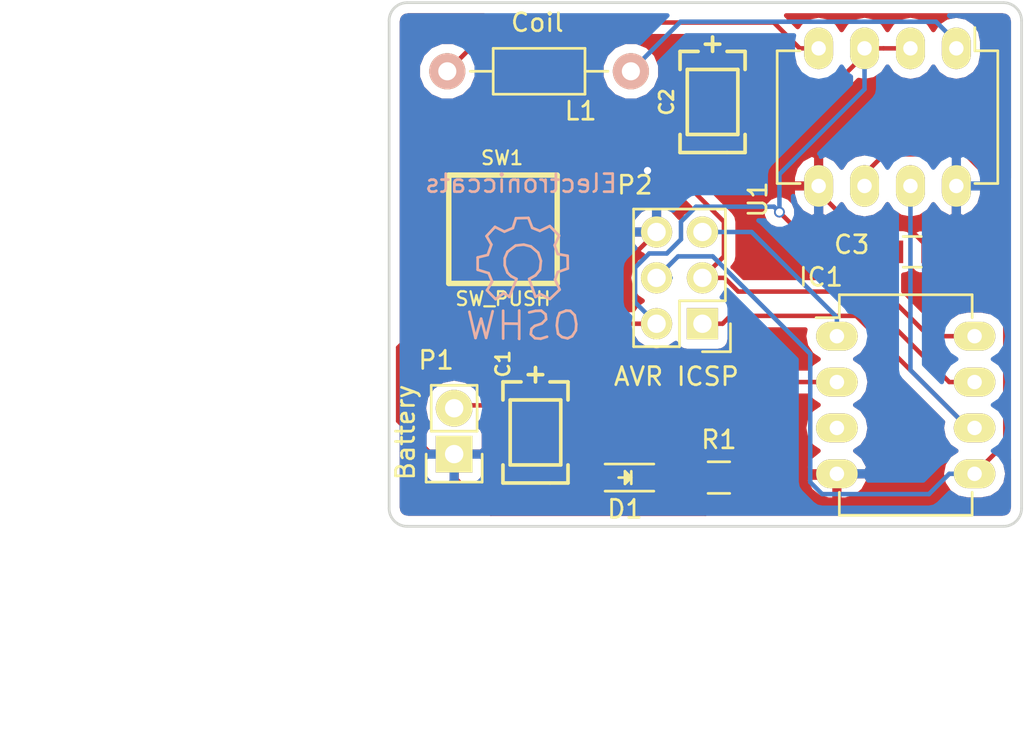
<source format=kicad_pcb>
(kicad_pcb (version 4) (host pcbnew 4.0.2-stable)

  (general
    (links 29)
    (no_connects 0)
    (area 81.102654 78.924999 138.246429 121.598481)
    (thickness 1.6)
    (drawings 12)
    (tracks 119)
    (zones 0)
    (modules 12)
    (nets 12)
  )

  (page A4)
  (layers
    (0 F.Cu signal)
    (31 B.Cu signal)
    (32 B.Adhes user)
    (33 F.Adhes user)
    (34 B.Paste user)
    (35 F.Paste user)
    (36 B.SilkS user)
    (37 F.SilkS user)
    (38 B.Mask user)
    (39 F.Mask user)
    (40 Dwgs.User user)
    (41 Cmts.User user)
    (42 Eco1.User user)
    (43 Eco2.User user)
    (44 Edge.Cuts user)
    (45 Margin user)
    (46 B.CrtYd user)
    (47 F.CrtYd user)
    (48 B.Fab user)
    (49 F.Fab user)
  )

  (setup
    (last_trace_width 0.25)
    (trace_clearance 0.2)
    (zone_clearance 0.508)
    (zone_45_only no)
    (trace_min 0.2)
    (segment_width 0.2)
    (edge_width 0.15)
    (via_size 0.6)
    (via_drill 0.4)
    (via_min_size 0.4)
    (via_min_drill 0.3)
    (uvia_size 0.3)
    (uvia_drill 0.1)
    (uvias_allowed no)
    (uvia_min_size 0.2)
    (uvia_min_drill 0.1)
    (pcb_text_width 0.3)
    (pcb_text_size 1.5 1.5)
    (mod_edge_width 0.15)
    (mod_text_size 1 1)
    (mod_text_width 0.15)
    (pad_size 1.524 1.524)
    (pad_drill 0.762)
    (pad_to_mask_clearance 0.2)
    (aux_axis_origin 0 0)
    (visible_elements 7FFFEFFF)
    (pcbplotparams
      (layerselection 0x0103c_80000001)
      (usegerberextensions true)
      (excludeedgelayer true)
      (linewidth 0.100000)
      (plotframeref false)
      (viasonmask false)
      (mode 1)
      (useauxorigin false)
      (hpglpennumber 1)
      (hpglpenspeed 20)
      (hpglpendiameter 15)
      (hpglpenoverlay 2)
      (psnegative false)
      (psa4output false)
      (plotreference true)
      (plotvalue true)
      (plotinvisibletext false)
      (padsonsilk false)
      (subtractmaskfromsilk false)
      (outputformat 1)
      (mirror false)
      (drillshape 0)
      (scaleselection 1)
      (outputdirectory ""))
  )

  (net 0 "")
  (net 1 VCC)
  (net 2 GND)
  (net 3 "Net-(D1-Pad1)")
  (net 4 "Net-(D1-Pad2)")
  (net 5 /RST)
  (net 6 "Net-(IC1-Pad3)")
  (net 7 /MOSI)
  (net 8 /MISO)
  (net 9 /SCK)
  (net 10 "Net-(L1-Pad1)")
  (net 11 "Net-(L1-Pad2)")

  (net_class Default "This is the default net class."
    (clearance 0.2)
    (trace_width 0.25)
    (via_dia 0.6)
    (via_drill 0.4)
    (uvia_dia 0.3)
    (uvia_drill 0.1)
    (add_net /MISO)
    (add_net /MOSI)
    (add_net /RST)
    (add_net /SCK)
    (add_net GND)
    (add_net "Net-(D1-Pad1)")
    (add_net "Net-(D1-Pad2)")
    (add_net "Net-(IC1-Pad3)")
    (add_net "Net-(L1-Pad1)")
    (add_net "Net-(L1-Pad2)")
    (add_net VCC)
  )

  (module "theinventorhouse:1411(3528m)-B%2CM%2CH%2CT-TANTALUM" (layer F.Cu) (tedit 0) (tstamp 569FCE23)
    (at 111.1 102.8 270)
    (path /569EDA85)
    (solder_paste_margin -0.127)
    (attr smd)
    (fp_text reference C1 (at -3.8 1.8 270) (layer F.SilkS)
      (effects (font (size 0.762 0.762) (thickness 0.1524)))
    )
    (fp_text value 100uF (at 0 0 270) (layer F.SilkS) hide
      (effects (font (size 0.762 0.762) (thickness 0.1524)))
    )
    (fp_line (start 2.8 -0.8) (end 2.8 1.8) (layer F.SilkS) (width 0.2032))
    (fp_line (start 2.8 1.8) (end 1.8 1.8) (layer F.SilkS) (width 0.2032))
    (fp_line (start 1.8 -1.8) (end 2.8 -1.8) (layer F.SilkS) (width 0.2032))
    (fp_line (start 2.8 -1.8) (end 2.8 -0.8) (layer F.SilkS) (width 0.2032))
    (fp_line (start -2.8 -0.8) (end -2.8 -1.8) (layer F.SilkS) (width 0.2032))
    (fp_line (start -2.8 -1.8) (end -1.8 -1.8) (layer F.SilkS) (width 0.2032))
    (fp_line (start -2.8 0.8) (end -2.8 1.8) (layer F.SilkS) (width 0.2032))
    (fp_line (start -2.8 1.8) (end -1.8 1.8) (layer F.SilkS) (width 0.2032))
    (fp_line (start -3.2 0.4) (end -3.2 -0.4) (layer F.SilkS) (width 0.2032))
    (fp_line (start -3.6 0) (end -2.8 0) (layer F.SilkS) (width 0.2032))
    (fp_line (start -1.8 -1.4) (end -1.8 1.4) (layer F.SilkS) (width 0.2032))
    (fp_line (start -1.8 1.4) (end 1.8 1.4) (layer F.SilkS) (width 0.2032))
    (fp_line (start 1.8 1.4) (end 1.8 -1.4) (layer F.SilkS) (width 0.2032))
    (fp_line (start 1.8 -1.4) (end -1.8 -1.4) (layer F.SilkS) (width 0.2032))
    (pad 1 smd rect (at -1.5 0 270) (size 1.6 2.7) (layers F.Cu F.Paste F.Mask)
      (net 1 VCC))
    (pad 2 smd rect (at 1.5 0 270) (size 1.6 2.7) (layers F.Cu F.Paste F.Mask)
      (net 2 GND))
  )

  (module "theinventorhouse:1411(3528m)-B%2CM%2CH%2CT-TANTALUM" (layer F.Cu) (tedit 0) (tstamp 569FCE29)
    (at 120.9 84.5 270)
    (path /569FD30B)
    (solder_paste_margin -0.127)
    (attr smd)
    (fp_text reference C2 (at 0 2.54 270) (layer F.SilkS)
      (effects (font (size 0.762 0.762) (thickness 0.1524)))
    )
    (fp_text value 100uF (at 0 0 270) (layer F.SilkS) hide
      (effects (font (size 0.762 0.762) (thickness 0.1524)))
    )
    (fp_line (start 2.8 -0.8) (end 2.8 1.8) (layer F.SilkS) (width 0.2032))
    (fp_line (start 2.8 1.8) (end 1.8 1.8) (layer F.SilkS) (width 0.2032))
    (fp_line (start 1.8 -1.8) (end 2.8 -1.8) (layer F.SilkS) (width 0.2032))
    (fp_line (start 2.8 -1.8) (end 2.8 -0.8) (layer F.SilkS) (width 0.2032))
    (fp_line (start -2.8 -0.8) (end -2.8 -1.8) (layer F.SilkS) (width 0.2032))
    (fp_line (start -2.8 -1.8) (end -1.8 -1.8) (layer F.SilkS) (width 0.2032))
    (fp_line (start -2.8 0.8) (end -2.8 1.8) (layer F.SilkS) (width 0.2032))
    (fp_line (start -2.8 1.8) (end -1.8 1.8) (layer F.SilkS) (width 0.2032))
    (fp_line (start -3.2 0.4) (end -3.2 -0.4) (layer F.SilkS) (width 0.2032))
    (fp_line (start -3.6 0) (end -2.8 0) (layer F.SilkS) (width 0.2032))
    (fp_line (start -1.8 -1.4) (end -1.8 1.4) (layer F.SilkS) (width 0.2032))
    (fp_line (start -1.8 1.4) (end 1.8 1.4) (layer F.SilkS) (width 0.2032))
    (fp_line (start 1.8 1.4) (end 1.8 -1.4) (layer F.SilkS) (width 0.2032))
    (fp_line (start 1.8 -1.4) (end -1.8 -1.4) (layer F.SilkS) (width 0.2032))
    (pad 1 smd rect (at -1.5 0 270) (size 1.6 2.7) (layers F.Cu F.Paste F.Mask)
      (net 1 VCC))
    (pad 2 smd rect (at 1.5 0 270) (size 1.6 2.7) (layers F.Cu F.Paste F.Mask)
      (net 2 GND))
  )

  (module Capacitors_SMD:C_0805_HandSoldering (layer F.Cu) (tedit 541A9B8D) (tstamp 569FCE2F)
    (at 131.95 92.8)
    (descr "Capacitor SMD 0805, hand soldering")
    (tags "capacitor 0805")
    (path /569FD413)
    (attr smd)
    (fp_text reference C3 (at -3.35 -0.4) (layer F.SilkS)
      (effects (font (size 1 1) (thickness 0.15)))
    )
    (fp_text value 0.1uF (at 3.95 1.4) (layer F.Fab)
      (effects (font (size 1 1) (thickness 0.15)))
    )
    (fp_line (start -2.3 -1) (end 2.3 -1) (layer F.CrtYd) (width 0.05))
    (fp_line (start -2.3 1) (end 2.3 1) (layer F.CrtYd) (width 0.05))
    (fp_line (start -2.3 -1) (end -2.3 1) (layer F.CrtYd) (width 0.05))
    (fp_line (start 2.3 -1) (end 2.3 1) (layer F.CrtYd) (width 0.05))
    (fp_line (start 0.5 -0.85) (end -0.5 -0.85) (layer F.SilkS) (width 0.15))
    (fp_line (start -0.5 0.85) (end 0.5 0.85) (layer F.SilkS) (width 0.15))
    (pad 1 smd rect (at -1.25 0) (size 1.5 1.25) (layers F.Cu F.Paste F.Mask)
      (net 1 VCC))
    (pad 2 smd rect (at 1.25 0) (size 1.5 1.25) (layers F.Cu F.Paste F.Mask)
      (net 2 GND))
    (model Capacitors_SMD.3dshapes/C_0805_HandSoldering.wrl
      (at (xyz 0 0 0))
      (scale (xyz 1 1 1))
      (rotate (xyz 0 0 0))
    )
  )

  (module Housings_DIP:DIP-8_W7.62mm_LongPads (layer F.Cu) (tedit 54130A77) (tstamp 569FCE41)
    (at 127.78 97.47)
    (descr "8-lead dip package, row spacing 7.62 mm (300 mils), longer pads")
    (tags "dil dip 2.54 300")
    (path /569ED1F1)
    (fp_text reference IC1 (at -0.88 -3.27) (layer F.SilkS)
      (effects (font (size 1 1) (thickness 0.15)))
    )
    (fp_text value ATTINY85-P (at -2.48 3.53 90) (layer F.Fab)
      (effects (font (size 1 1) (thickness 0.15)))
    )
    (fp_line (start -1.4 -2.45) (end -1.4 10.1) (layer F.CrtYd) (width 0.05))
    (fp_line (start 9 -2.45) (end 9 10.1) (layer F.CrtYd) (width 0.05))
    (fp_line (start -1.4 -2.45) (end 9 -2.45) (layer F.CrtYd) (width 0.05))
    (fp_line (start -1.4 10.1) (end 9 10.1) (layer F.CrtYd) (width 0.05))
    (fp_line (start 0.135 -2.295) (end 0.135 -1.025) (layer F.SilkS) (width 0.15))
    (fp_line (start 7.485 -2.295) (end 7.485 -1.025) (layer F.SilkS) (width 0.15))
    (fp_line (start 7.485 9.915) (end 7.485 8.645) (layer F.SilkS) (width 0.15))
    (fp_line (start 0.135 9.915) (end 0.135 8.645) (layer F.SilkS) (width 0.15))
    (fp_line (start 0.135 -2.295) (end 7.485 -2.295) (layer F.SilkS) (width 0.15))
    (fp_line (start 0.135 9.915) (end 7.485 9.915) (layer F.SilkS) (width 0.15))
    (fp_line (start 0.135 -1.025) (end -1.15 -1.025) (layer F.SilkS) (width 0.15))
    (pad 1 thru_hole oval (at 0 0) (size 2.3 1.6) (drill 0.8) (layers *.Cu *.Mask F.SilkS)
      (net 5 /RST))
    (pad 2 thru_hole oval (at 0 2.54) (size 2.3 1.6) (drill 0.8) (layers *.Cu *.Mask F.SilkS)
      (net 4 "Net-(D1-Pad2)"))
    (pad 3 thru_hole oval (at 0 5.08) (size 2.3 1.6) (drill 0.8) (layers *.Cu *.Mask F.SilkS)
      (net 6 "Net-(IC1-Pad3)"))
    (pad 4 thru_hole oval (at 0 7.62) (size 2.3 1.6) (drill 0.8) (layers *.Cu *.Mask F.SilkS)
      (net 2 GND))
    (pad 5 thru_hole oval (at 7.62 7.62) (size 2.3 1.6) (drill 0.8) (layers *.Cu *.Mask F.SilkS)
      (net 7 /MOSI))
    (pad 6 thru_hole oval (at 7.62 5.08) (size 2.3 1.6) (drill 0.8) (layers *.Cu *.Mask F.SilkS)
      (net 8 /MISO))
    (pad 7 thru_hole oval (at 7.62 2.54) (size 2.3 1.6) (drill 0.8) (layers *.Cu *.Mask F.SilkS)
      (net 9 /SCK))
    (pad 8 thru_hole oval (at 7.62 0) (size 2.3 1.6) (drill 0.8) (layers *.Cu *.Mask F.SilkS)
      (net 1 VCC))
    (model Housings_DIP.3dshapes/DIP-8_W7.62mm_LongPads.wrl
      (at (xyz 0 0 0))
      (scale (xyz 1 1 1))
      (rotate (xyz 0 0 0))
    )
  )

  (module Resistors_ThroughHole:Resistor_Horizontal_RM10mm (layer F.Cu) (tedit 569FD137) (tstamp 569FCE47)
    (at 111.3 82.8 180)
    (descr "Resistor, Axial,  RM 10mm, 1/3W,")
    (tags "Resistor, Axial, RM 10mm, 1/3W,")
    (path /569ED295)
    (fp_text reference L1 (at -2.3 -2.2 180) (layer F.SilkS)
      (effects (font (size 1 1) (thickness 0.15)))
    )
    (fp_text value Coil (at 0.1 2.7 180) (layer F.SilkS)
      (effects (font (size 1 1) (thickness 0.15)))
    )
    (fp_line (start -2.54 -1.27) (end 2.54 -1.27) (layer F.SilkS) (width 0.15))
    (fp_line (start 2.54 -1.27) (end 2.54 1.27) (layer F.SilkS) (width 0.15))
    (fp_line (start 2.54 1.27) (end -2.54 1.27) (layer F.SilkS) (width 0.15))
    (fp_line (start -2.54 1.27) (end -2.54 -1.27) (layer F.SilkS) (width 0.15))
    (fp_line (start -2.54 0) (end -3.81 0) (layer F.SilkS) (width 0.15))
    (fp_line (start 2.54 0) (end 3.81 0) (layer F.SilkS) (width 0.15))
    (pad 1 thru_hole circle (at -5.08 0 180) (size 1.99898 1.99898) (drill 1.00076) (layers *.Cu *.SilkS *.Mask)
      (net 10 "Net-(L1-Pad1)"))
    (pad 2 thru_hole circle (at 5.08 0 180) (size 1.99898 1.99898) (drill 1.00076) (layers *.Cu *.SilkS *.Mask)
      (net 11 "Net-(L1-Pad2)"))
    (model Resistors_ThroughHole.3dshapes/Resistor_Horizontal_RM10mm.wrl
      (at (xyz 0 0 0))
      (scale (xyz 0.4 0.4 0.4))
      (rotate (xyz 0 0 0))
    )
  )

  (module Pin_Headers:Pin_Header_Straight_1x02 (layer F.Cu) (tedit 569FD1BD) (tstamp 569FCE4D)
    (at 106.6 104 180)
    (descr "Through hole pin header")
    (tags "pin header")
    (path /569FCE1A)
    (fp_text reference P1 (at 1 5.2 180) (layer F.SilkS)
      (effects (font (size 1 1) (thickness 0.15)))
    )
    (fp_text value Battery (at 2.7 1.2 270) (layer F.SilkS)
      (effects (font (size 1 1) (thickness 0.15)))
    )
    (fp_line (start 1.27 1.27) (end 1.27 3.81) (layer F.SilkS) (width 0.15))
    (fp_line (start 1.55 -1.55) (end 1.55 0) (layer F.SilkS) (width 0.15))
    (fp_line (start -1.75 -1.75) (end -1.75 4.3) (layer F.CrtYd) (width 0.05))
    (fp_line (start 1.75 -1.75) (end 1.75 4.3) (layer F.CrtYd) (width 0.05))
    (fp_line (start -1.75 -1.75) (end 1.75 -1.75) (layer F.CrtYd) (width 0.05))
    (fp_line (start -1.75 4.3) (end 1.75 4.3) (layer F.CrtYd) (width 0.05))
    (fp_line (start 1.27 1.27) (end -1.27 1.27) (layer F.SilkS) (width 0.15))
    (fp_line (start -1.55 0) (end -1.55 -1.55) (layer F.SilkS) (width 0.15))
    (fp_line (start -1.55 -1.55) (end 1.55 -1.55) (layer F.SilkS) (width 0.15))
    (fp_line (start -1.27 1.27) (end -1.27 3.81) (layer F.SilkS) (width 0.15))
    (fp_line (start -1.27 3.81) (end 1.27 3.81) (layer F.SilkS) (width 0.15))
    (pad 1 thru_hole rect (at 0 0 180) (size 2.032 2.032) (drill 1.016) (layers *.Cu *.Mask F.SilkS)
      (net 2 GND))
    (pad 2 thru_hole oval (at 0 2.54 180) (size 2.032 2.032) (drill 1.016) (layers *.Cu *.Mask F.SilkS)
      (net 1 VCC))
    (model Pin_Headers.3dshapes/Pin_Header_Straight_1x02.wrl
      (at (xyz 0 -0.05 0))
      (scale (xyz 1 1 1))
      (rotate (xyz 0 0 90))
    )
  )

  (module Pin_Headers:Pin_Header_Straight_2x03 (layer F.Cu) (tedit 569FD1D0) (tstamp 569FCE57)
    (at 120.34 96.78 180)
    (descr "Through hole pin header")
    (tags "pin header")
    (path /569FC617)
    (fp_text reference P2 (at 3.74 7.68 180) (layer F.SilkS)
      (effects (font (size 1 1) (thickness 0.15)))
    )
    (fp_text value "AVR ICSP" (at 1.44 -2.92 180) (layer F.SilkS)
      (effects (font (size 1 1) (thickness 0.15)))
    )
    (fp_line (start -1.27 1.27) (end -1.27 6.35) (layer F.SilkS) (width 0.15))
    (fp_line (start -1.55 -1.55) (end 0 -1.55) (layer F.SilkS) (width 0.15))
    (fp_line (start -1.75 -1.75) (end -1.75 6.85) (layer F.CrtYd) (width 0.05))
    (fp_line (start 4.3 -1.75) (end 4.3 6.85) (layer F.CrtYd) (width 0.05))
    (fp_line (start -1.75 -1.75) (end 4.3 -1.75) (layer F.CrtYd) (width 0.05))
    (fp_line (start -1.75 6.85) (end 4.3 6.85) (layer F.CrtYd) (width 0.05))
    (fp_line (start 1.27 -1.27) (end 1.27 1.27) (layer F.SilkS) (width 0.15))
    (fp_line (start 1.27 1.27) (end -1.27 1.27) (layer F.SilkS) (width 0.15))
    (fp_line (start -1.27 6.35) (end 3.81 6.35) (layer F.SilkS) (width 0.15))
    (fp_line (start 3.81 6.35) (end 3.81 1.27) (layer F.SilkS) (width 0.15))
    (fp_line (start -1.55 -1.55) (end -1.55 0) (layer F.SilkS) (width 0.15))
    (fp_line (start 3.81 -1.27) (end 1.27 -1.27) (layer F.SilkS) (width 0.15))
    (fp_line (start 3.81 1.27) (end 3.81 -1.27) (layer F.SilkS) (width 0.15))
    (pad 1 thru_hole rect (at 0 0 180) (size 1.7272 1.7272) (drill 1.016) (layers *.Cu *.Mask F.SilkS)
      (net 8 /MISO))
    (pad 2 thru_hole oval (at 2.54 0 180) (size 1.7272 1.7272) (drill 1.016) (layers *.Cu *.Mask F.SilkS)
      (net 1 VCC))
    (pad 3 thru_hole oval (at 0 2.54 180) (size 1.7272 1.7272) (drill 1.016) (layers *.Cu *.Mask F.SilkS)
      (net 9 /SCK))
    (pad 4 thru_hole oval (at 2.54 2.54 180) (size 1.7272 1.7272) (drill 1.016) (layers *.Cu *.Mask F.SilkS)
      (net 7 /MOSI))
    (pad 5 thru_hole oval (at 0 5.08 180) (size 1.7272 1.7272) (drill 1.016) (layers *.Cu *.Mask F.SilkS)
      (net 5 /RST))
    (pad 6 thru_hole oval (at 2.54 5.08 180) (size 1.7272 1.7272) (drill 1.016) (layers *.Cu *.Mask F.SilkS)
      (net 2 GND))
    (model Pin_Headers.3dshapes/Pin_Header_Straight_2x03.wrl
      (at (xyz 0.05 -0.1 0))
      (scale (xyz 1 1 1))
      (rotate (xyz 0 0 90))
    )
  )

  (module open-project:SW_PUSH_SMD (layer F.Cu) (tedit 514E2F98) (tstamp 569FCE65)
    (at 109.30204 91.5479)
    (path /569EE4CB)
    (fp_text reference SW1 (at -0.05 -3.95) (layer F.SilkS)
      (effects (font (size 0.762 0.762) (thickness 0.127)))
    )
    (fp_text value SW_PUSH (at 0 3.85) (layer F.SilkS)
      (effects (font (size 0.762 0.762) (thickness 0.127)))
    )
    (fp_line (start -2.99974 -2.99974) (end 2.99974 -2.99974) (layer F.SilkS) (width 0.29972))
    (fp_line (start 2.99974 -2.99974) (end 2.99974 2.99974) (layer F.SilkS) (width 0.29972))
    (fp_line (start 2.99974 2.99974) (end -2.99974 2.99974) (layer F.SilkS) (width 0.29972))
    (fp_line (start -2.99974 2.99974) (end -2.99974 -2.99974) (layer F.SilkS) (width 0.29972))
    (pad 1 smd rect (at -3.99796 -2.2479) (size 1.5494 1.2954) (layers F.Cu F.Paste F.Mask)
      (net 9 /SCK))
    (pad 1 smd rect (at 3.99796 -2.2479) (size 1.5494 1.2954) (layers F.Cu F.Paste F.Mask)
      (net 9 /SCK))
    (pad 2 smd rect (at 3.99796 2.2479) (size 1.5494 1.2954) (layers F.Cu F.Paste F.Mask)
      (net 2 GND))
    (pad 2 smd rect (at -3.99796 2.2479) (size 1.5494 1.2954) (layers F.Cu F.Paste F.Mask)
      (net 2 GND))
  )

  (module Housings_DIP:DIP-8_W7.62mm_LongPads (layer F.Cu) (tedit 54130A77) (tstamp 569FCE71)
    (at 134.39 81.53 270)
    (descr "8-lead dip package, row spacing 7.62 mm (300 mils), longer pads")
    (tags "dil dip 2.54 300")
    (path /569ED633)
    (fp_text reference U1 (at 8.37 10.99 270) (layer F.SilkS)
      (effects (font (size 1 1) (thickness 0.15)))
    )
    (fp_text value L9110 (at 3.57 3.79 360) (layer F.Fab)
      (effects (font (size 1 1) (thickness 0.15)))
    )
    (fp_line (start -1.4 -2.45) (end -1.4 10.1) (layer F.CrtYd) (width 0.05))
    (fp_line (start 9 -2.45) (end 9 10.1) (layer F.CrtYd) (width 0.05))
    (fp_line (start -1.4 -2.45) (end 9 -2.45) (layer F.CrtYd) (width 0.05))
    (fp_line (start -1.4 10.1) (end 9 10.1) (layer F.CrtYd) (width 0.05))
    (fp_line (start 0.135 -2.295) (end 0.135 -1.025) (layer F.SilkS) (width 0.15))
    (fp_line (start 7.485 -2.295) (end 7.485 -1.025) (layer F.SilkS) (width 0.15))
    (fp_line (start 7.485 9.915) (end 7.485 8.645) (layer F.SilkS) (width 0.15))
    (fp_line (start 0.135 9.915) (end 0.135 8.645) (layer F.SilkS) (width 0.15))
    (fp_line (start 0.135 -2.295) (end 7.485 -2.295) (layer F.SilkS) (width 0.15))
    (fp_line (start 0.135 9.915) (end 7.485 9.915) (layer F.SilkS) (width 0.15))
    (fp_line (start 0.135 -1.025) (end -1.15 -1.025) (layer F.SilkS) (width 0.15))
    (pad 1 thru_hole oval (at 0 0 270) (size 2.3 1.6) (drill 0.8) (layers *.Cu *.Mask F.SilkS)
      (net 10 "Net-(L1-Pad1)"))
    (pad 2 thru_hole oval (at 0 2.54 270) (size 2.3 1.6) (drill 0.8) (layers *.Cu *.Mask F.SilkS)
      (net 1 VCC))
    (pad 3 thru_hole oval (at 0 5.08 270) (size 2.3 1.6) (drill 0.8) (layers *.Cu *.Mask F.SilkS)
      (net 1 VCC))
    (pad 4 thru_hole oval (at 0 7.62 270) (size 2.3 1.6) (drill 0.8) (layers *.Cu *.Mask F.SilkS)
      (net 11 "Net-(L1-Pad2)"))
    (pad 5 thru_hole oval (at 7.62 7.62 270) (size 2.3 1.6) (drill 0.8) (layers *.Cu *.Mask F.SilkS)
      (net 2 GND))
    (pad 6 thru_hole oval (at 7.62 5.08 270) (size 2.3 1.6) (drill 0.8) (layers *.Cu *.Mask F.SilkS)
      (net 7 /MOSI))
    (pad 7 thru_hole oval (at 7.62 2.54 270) (size 2.3 1.6) (drill 0.8) (layers *.Cu *.Mask F.SilkS)
      (net 8 /MISO))
    (pad 8 thru_hole oval (at 7.62 0 270) (size 2.3 1.6) (drill 0.8) (layers *.Cu *.Mask F.SilkS)
      (net 2 GND))
    (model Housings_DIP.3dshapes/DIP-8_W7.62mm_LongPads.wrl
      (at (xyz 0 0 0))
      (scale (xyz 1 1 1))
      (rotate (xyz 0 0 0))
    )
  )

  (module LEDs:LED-0805 (layer F.Cu) (tedit 55BDE1C2) (tstamp 569FCF9B)
    (at 116.05098 105.3 180)
    (descr "LED 0805 smd package")
    (tags "LED 0805 SMD")
    (path /569ED258)
    (attr smd)
    (fp_text reference D1 (at 0 -1.75 180) (layer F.SilkS)
      (effects (font (size 1 1) (thickness 0.15)))
    )
    (fp_text value LED (at 0 1.75 180) (layer F.Fab)
      (effects (font (size 1 1) (thickness 0.15)))
    )
    (fp_line (start -1.6 0.75) (end 1.1 0.75) (layer F.SilkS) (width 0.15))
    (fp_line (start -1.6 -0.75) (end 1.1 -0.75) (layer F.SilkS) (width 0.15))
    (fp_line (start -0.1 0.15) (end -0.1 -0.1) (layer F.SilkS) (width 0.15))
    (fp_line (start -0.1 -0.1) (end -0.25 0.05) (layer F.SilkS) (width 0.15))
    (fp_line (start -0.35 -0.35) (end -0.35 0.35) (layer F.SilkS) (width 0.15))
    (fp_line (start 0 0) (end 0.35 0) (layer F.SilkS) (width 0.15))
    (fp_line (start -0.35 0) (end 0 -0.35) (layer F.SilkS) (width 0.15))
    (fp_line (start 0 -0.35) (end 0 0.35) (layer F.SilkS) (width 0.15))
    (fp_line (start 0 0.35) (end -0.35 0) (layer F.SilkS) (width 0.15))
    (fp_line (start 1.9 -0.95) (end 1.9 0.95) (layer F.CrtYd) (width 0.05))
    (fp_line (start 1.9 0.95) (end -1.9 0.95) (layer F.CrtYd) (width 0.05))
    (fp_line (start -1.9 0.95) (end -1.9 -0.95) (layer F.CrtYd) (width 0.05))
    (fp_line (start -1.9 -0.95) (end 1.9 -0.95) (layer F.CrtYd) (width 0.05))
    (pad 2 smd rect (at 1.04902 0) (size 1.19888 1.19888) (layers F.Cu F.Paste F.Mask)
      (net 4 "Net-(D1-Pad2)"))
    (pad 1 smd rect (at -1.04902 0) (size 1.19888 1.19888) (layers F.Cu F.Paste F.Mask)
      (net 3 "Net-(D1-Pad1)"))
    (model LEDs.3dshapes/LED-0805.wrl
      (at (xyz 0 0 0))
      (scale (xyz 1 1 1))
      (rotate (xyz 0 0 0))
    )
  )

  (module Resistors_SMD:R_0805_HandSoldering (layer F.Cu) (tedit 54189DEE) (tstamp 569FCFA1)
    (at 121.25 105.3)
    (descr "Resistor SMD 0805, hand soldering")
    (tags "resistor 0805")
    (path /569ED2D4)
    (attr smd)
    (fp_text reference R1 (at 0 -2.1) (layer F.SilkS)
      (effects (font (size 1 1) (thickness 0.15)))
    )
    (fp_text value 1K (at 0 2.1) (layer F.Fab)
      (effects (font (size 1 1) (thickness 0.15)))
    )
    (fp_line (start -2.4 -1) (end 2.4 -1) (layer F.CrtYd) (width 0.05))
    (fp_line (start -2.4 1) (end 2.4 1) (layer F.CrtYd) (width 0.05))
    (fp_line (start -2.4 -1) (end -2.4 1) (layer F.CrtYd) (width 0.05))
    (fp_line (start 2.4 -1) (end 2.4 1) (layer F.CrtYd) (width 0.05))
    (fp_line (start 0.6 0.875) (end -0.6 0.875) (layer F.SilkS) (width 0.15))
    (fp_line (start -0.6 -0.875) (end 0.6 -0.875) (layer F.SilkS) (width 0.15))
    (pad 1 smd rect (at -1.35 0) (size 1.5 1.3) (layers F.Cu F.Paste F.Mask)
      (net 3 "Net-(D1-Pad1)"))
    (pad 2 smd rect (at 1.35 0) (size 1.5 1.3) (layers F.Cu F.Paste F.Mask)
      (net 2 GND))
    (model Resistors_SMD.3dshapes/R_0805_HandSoldering.wrl
      (at (xyz 0 0 0))
      (scale (xyz 1 1 1))
      (rotate (xyz 0 0 0))
    )
  )

  (module Symbols:Symbol_OSHW-Logo_SilkScreen (layer B.Cu) (tedit 569FDA3A) (tstamp 569FD9C0)
    (at 110.4 93.4 180)
    (descr "Symbol, OSHW-Logo, Silk Screen,")
    (tags "Symbol, OSHW-Logo, Silk Screen,")
    (fp_text reference Electroniccats (at 0.09906 4.38912 180) (layer B.SilkS)
      (effects (font (size 1 1) (thickness 0.15)) (justify mirror))
    )
    (fp_text value OSHW-Logo (at 0.30988 -6.56082 180) (layer B.Fab)
      (effects (font (size 1 1) (thickness 0.15)) (justify mirror))
    )
    (fp_line (start 1.66878 -2.68986) (end 2.02946 -4.16052) (layer B.SilkS) (width 0.15))
    (fp_line (start 2.02946 -4.16052) (end 2.30886 -3.0988) (layer B.SilkS) (width 0.15))
    (fp_line (start 2.30886 -3.0988) (end 2.61874 -4.17068) (layer B.SilkS) (width 0.15))
    (fp_line (start 2.61874 -4.17068) (end 2.9591 -2.72034) (layer B.SilkS) (width 0.15))
    (fp_line (start 0.24892 -3.38074) (end 1.03886 -3.37058) (layer B.SilkS) (width 0.15))
    (fp_line (start 1.03886 -3.37058) (end 1.04902 -3.38074) (layer B.SilkS) (width 0.15))
    (fp_line (start 1.04902 -3.38074) (end 1.04902 -3.37058) (layer B.SilkS) (width 0.15))
    (fp_line (start 1.08966 -2.65938) (end 1.08966 -4.20116) (layer B.SilkS) (width 0.15))
    (fp_line (start 0.20066 -2.64922) (end 0.20066 -4.21894) (layer B.SilkS) (width 0.15))
    (fp_line (start 0.20066 -4.21894) (end 0.21082 -4.20878) (layer B.SilkS) (width 0.15))
    (fp_line (start -0.35052 -2.75082) (end -0.70104 -2.66954) (layer B.SilkS) (width 0.15))
    (fp_line (start -0.70104 -2.66954) (end -1.02108 -2.65938) (layer B.SilkS) (width 0.15))
    (fp_line (start -1.02108 -2.65938) (end -1.25984 -2.86004) (layer B.SilkS) (width 0.15))
    (fp_line (start -1.25984 -2.86004) (end -1.29032 -3.12928) (layer B.SilkS) (width 0.15))
    (fp_line (start -1.29032 -3.12928) (end -1.04902 -3.37058) (layer B.SilkS) (width 0.15))
    (fp_line (start -1.04902 -3.37058) (end -0.6604 -3.50012) (layer B.SilkS) (width 0.15))
    (fp_line (start -0.6604 -3.50012) (end -0.48006 -3.66014) (layer B.SilkS) (width 0.15))
    (fp_line (start -0.48006 -3.66014) (end -0.43942 -3.95986) (layer B.SilkS) (width 0.15))
    (fp_line (start -0.43942 -3.95986) (end -0.67056 -4.18084) (layer B.SilkS) (width 0.15))
    (fp_line (start -0.67056 -4.18084) (end -0.9906 -4.20878) (layer B.SilkS) (width 0.15))
    (fp_line (start -0.9906 -4.20878) (end -1.34112 -4.09956) (layer B.SilkS) (width 0.15))
    (fp_line (start -2.37998 -2.64922) (end -2.6289 -2.66954) (layer B.SilkS) (width 0.15))
    (fp_line (start -2.6289 -2.66954) (end -2.8702 -2.91084) (layer B.SilkS) (width 0.15))
    (fp_line (start -2.8702 -2.91084) (end -2.9591 -3.40106) (layer B.SilkS) (width 0.15))
    (fp_line (start -2.9591 -3.40106) (end -2.93116 -3.74904) (layer B.SilkS) (width 0.15))
    (fp_line (start -2.93116 -3.74904) (end -2.7305 -4.06908) (layer B.SilkS) (width 0.15))
    (fp_line (start -2.7305 -4.06908) (end -2.47904 -4.191) (layer B.SilkS) (width 0.15))
    (fp_line (start -2.47904 -4.191) (end -2.16916 -4.11988) (layer B.SilkS) (width 0.15))
    (fp_line (start -2.16916 -4.11988) (end -1.95072 -3.93954) (layer B.SilkS) (width 0.15))
    (fp_line (start -1.95072 -3.93954) (end -1.8796 -3.4798) (layer B.SilkS) (width 0.15))
    (fp_line (start -1.8796 -3.4798) (end -1.9304 -3.07086) (layer B.SilkS) (width 0.15))
    (fp_line (start -1.9304 -3.07086) (end -2.03962 -2.78892) (layer B.SilkS) (width 0.15))
    (fp_line (start -2.03962 -2.78892) (end -2.4003 -2.65938) (layer B.SilkS) (width 0.15))
    (fp_line (start -1.78054 -0.92964) (end -2.03962 -1.49098) (layer B.SilkS) (width 0.15))
    (fp_line (start -2.03962 -1.49098) (end -1.50114 -2.00914) (layer B.SilkS) (width 0.15))
    (fp_line (start -1.50114 -2.00914) (end -0.98044 -1.7399) (layer B.SilkS) (width 0.15))
    (fp_line (start -0.98044 -1.7399) (end -0.70104 -1.89992) (layer B.SilkS) (width 0.15))
    (fp_line (start 0.73914 -1.8796) (end 1.06934 -1.6891) (layer B.SilkS) (width 0.15))
    (fp_line (start 1.06934 -1.6891) (end 1.50876 -2.0193) (layer B.SilkS) (width 0.15))
    (fp_line (start 1.50876 -2.0193) (end 1.9812 -1.52908) (layer B.SilkS) (width 0.15))
    (fp_line (start 1.9812 -1.52908) (end 1.69926 -1.04902) (layer B.SilkS) (width 0.15))
    (fp_line (start 1.69926 -1.04902) (end 1.88976 -0.57912) (layer B.SilkS) (width 0.15))
    (fp_line (start 1.88976 -0.57912) (end 2.49936 -0.39116) (layer B.SilkS) (width 0.15))
    (fp_line (start 2.49936 -0.39116) (end 2.49936 0.28956) (layer B.SilkS) (width 0.15))
    (fp_line (start 2.49936 0.28956) (end 1.94056 0.42926) (layer B.SilkS) (width 0.15))
    (fp_line (start 1.94056 0.42926) (end 1.7399 1.00076) (layer B.SilkS) (width 0.15))
    (fp_line (start 1.7399 1.00076) (end 2.00914 1.47066) (layer B.SilkS) (width 0.15))
    (fp_line (start 2.00914 1.47066) (end 1.53924 1.9812) (layer B.SilkS) (width 0.15))
    (fp_line (start 1.53924 1.9812) (end 1.02108 1.71958) (layer B.SilkS) (width 0.15))
    (fp_line (start 1.02108 1.71958) (end 0.55118 1.92024) (layer B.SilkS) (width 0.15))
    (fp_line (start 0.55118 1.92024) (end 0.381 2.46126) (layer B.SilkS) (width 0.15))
    (fp_line (start 0.381 2.46126) (end -0.30988 2.47904) (layer B.SilkS) (width 0.15))
    (fp_line (start -0.30988 2.47904) (end -0.5207 1.9304) (layer B.SilkS) (width 0.15))
    (fp_line (start -0.5207 1.9304) (end -0.9398 1.76022) (layer B.SilkS) (width 0.15))
    (fp_line (start -0.9398 1.76022) (end -1.49098 2.02946) (layer B.SilkS) (width 0.15))
    (fp_line (start -1.49098 2.02946) (end -2.00914 1.50114) (layer B.SilkS) (width 0.15))
    (fp_line (start -2.00914 1.50114) (end -1.76022 0.96012) (layer B.SilkS) (width 0.15))
    (fp_line (start -1.76022 0.96012) (end -1.9304 0.48006) (layer B.SilkS) (width 0.15))
    (fp_line (start -1.9304 0.48006) (end -2.47904 0.381) (layer B.SilkS) (width 0.15))
    (fp_line (start -2.47904 0.381) (end -2.4892 -0.32004) (layer B.SilkS) (width 0.15))
    (fp_line (start -2.4892 -0.32004) (end -1.9304 -0.5207) (layer B.SilkS) (width 0.15))
    (fp_line (start -1.9304 -0.5207) (end -1.7907 -0.91948) (layer B.SilkS) (width 0.15))
    (fp_line (start 0.35052 -0.89916) (end 0.65024 -0.7493) (layer B.SilkS) (width 0.15))
    (fp_line (start 0.65024 -0.7493) (end 0.8509 -0.55118) (layer B.SilkS) (width 0.15))
    (fp_line (start 0.8509 -0.55118) (end 1.00076 -0.14986) (layer B.SilkS) (width 0.15))
    (fp_line (start 1.00076 -0.14986) (end 1.00076 0.24892) (layer B.SilkS) (width 0.15))
    (fp_line (start 1.00076 0.24892) (end 0.8509 0.59944) (layer B.SilkS) (width 0.15))
    (fp_line (start 0.8509 0.59944) (end 0.39878 0.94996) (layer B.SilkS) (width 0.15))
    (fp_line (start 0.39878 0.94996) (end -0.0508 1.00076) (layer B.SilkS) (width 0.15))
    (fp_line (start -0.0508 1.00076) (end -0.44958 0.89916) (layer B.SilkS) (width 0.15))
    (fp_line (start -0.44958 0.89916) (end -0.8509 0.55118) (layer B.SilkS) (width 0.15))
    (fp_line (start -0.8509 0.55118) (end -1.00076 0.09906) (layer B.SilkS) (width 0.15))
    (fp_line (start -1.00076 0.09906) (end -0.94996 -0.39878) (layer B.SilkS) (width 0.15))
    (fp_line (start -0.94996 -0.39878) (end -0.70104 -0.70104) (layer B.SilkS) (width 0.15))
    (fp_line (start -0.70104 -0.70104) (end -0.35052 -0.89916) (layer B.SilkS) (width 0.15))
    (fp_line (start -0.35052 -0.89916) (end -0.70104 -1.89992) (layer B.SilkS) (width 0.15))
    (fp_line (start 0.35052 -0.89916) (end 0.7493 -1.89992) (layer B.SilkS) (width 0.15))
  )

  (gr_arc (start 104 107) (end 104 108) (angle 90) (layer Edge.Cuts) (width 0.15) (tstamp 57370B5E))
  (gr_arc (start 104 80) (end 103 80) (angle 90) (layer Edge.Cuts) (width 0.15) (tstamp 57370B43))
  (gr_arc (start 137 107) (end 138 107) (angle 90) (layer Edge.Cuts) (width 0.15) (tstamp 57370B3A))
  (gr_arc (start 137 80) (end 137 79) (angle 90) (layer Edge.Cuts) (width 0.15))
  (gr_line (start 138 80) (end 138 107) (layer Edge.Cuts) (width 0.15))
  (gr_line (start 104 79) (end 137 79) (layer Edge.Cuts) (width 0.15))
  (gr_line (start 103 107) (end 103 80) (layer Edge.Cuts) (width 0.15))
  (gr_line (start 137 108) (end 104 108) (layer Edge.Cuts) (width 0.15))
  (dimension 30.000667 (width 0.3) (layer Margin)
    (gr_text "30.001 mm" (at 87.752653 93.997684 89.6180338) (layer Margin)
      (effects (font (size 1.5 1.5) (thickness 0.3)))
    )
    (feature1 (pts (xy 103.2 79.1) (xy 86.502683 78.988684)))
    (feature2 (pts (xy 103 109.1) (xy 86.302683 108.988684)))
    (crossbar (pts (xy 89.002623 109.006684) (xy 89.202623 79.006684)))
    (arrow1a (pts (xy 89.202623 79.006684) (xy 89.781521 80.137072)))
    (arrow1b (pts (xy 89.202623 79.006684) (xy 88.608705 80.129253)))
    (arrow2a (pts (xy 89.002623 109.006684) (xy 89.596541 107.884115)))
    (arrow2b (pts (xy 89.002623 109.006684) (xy 88.423725 107.876296)))
  )
  (dimension 35.000143 (width 0.3) (layer Margin)
    (gr_text "35.000 mm" (at 120.467862 120.198485 359.8362982) (layer Margin)
      (effects (font (size 1.5 1.5) (thickness 0.3)))
    )
    (feature1 (pts (xy 103 108.9) (xy 102.964005 121.49848)))
    (feature2 (pts (xy 138 109) (xy 137.964005 121.59848)))
    (crossbar (pts (xy 137.971719 118.898491) (xy 102.971719 118.798491)))
    (arrow1a (pts (xy 102.971719 118.798491) (xy 104.099894 118.215291)))
    (arrow1b (pts (xy 102.971719 118.798491) (xy 104.096543 119.388128)))
    (arrow2a (pts (xy 137.971719 118.898491) (xy 136.846895 118.308854)))
    (arrow2b (pts (xy 137.971719 118.898491) (xy 136.843544 119.481691)))
  )
  (dimension 37.900528 (width 0.3) (layer Margin)
    (gr_text "37.901 mm" (at 118.977187 114.251985 0.302349592) (layer Margin)
      (effects (font (size 1.5 1.5) (thickness 0.3)))
    )
    (feature1 (pts (xy 137.9 109) (xy 137.934311 115.501966)))
    (feature2 (pts (xy 100 109.2) (xy 100.034311 115.701966)))
    (crossbar (pts (xy 100.020063 113.002004) (xy 137.920063 112.802004)))
    (arrow1a (pts (xy 137.920063 112.802004) (xy 136.796669 113.394361)))
    (arrow1b (pts (xy 137.920063 112.802004) (xy 136.79048 112.221536)))
    (arrow2a (pts (xy 100.020063 113.002004) (xy 101.149646 113.582472)))
    (arrow2b (pts (xy 100.020063 113.002004) (xy 101.143457 112.409647)))
  )
  (dimension 30.100166 (width 0.3) (layer Margin)
    (gr_text "30.100 mm" (at 93.299401 94.271763 270.1903507) (layer Margin)
      (effects (font (size 1.5 1.5) (thickness 0.3)))
    )
    (feature1 (pts (xy 99.8 79.2) (xy 91.899409 79.226248)))
    (feature2 (pts (xy 99.9 109.3) (xy 91.999409 109.326248)))
    (crossbar (pts (xy 94.699394 109.317278) (xy 94.599394 79.217278)))
    (arrow1a (pts (xy 94.599394 79.217278) (xy 95.189554 80.341827)))
    (arrow1b (pts (xy 94.599394 79.217278) (xy 94.016719 80.345724)))
    (arrow2a (pts (xy 94.699394 109.317278) (xy 95.282069 108.188832)))
    (arrow2b (pts (xy 94.699394 109.317278) (xy 94.109234 108.192729)))
  )

  (segment (start 130.7 92.8) (end 126.8 92.8) (width 0.25) (layer F.Cu) (net 1))
  (segment (start 130.7 92.8) (end 130.7 95.3) (width 0.25) (layer F.Cu) (net 1))
  (segment (start 130.7 95.3) (end 132.87 97.47) (width 0.25) (layer F.Cu) (net 1))
  (segment (start 132.87 97.47) (end 135.4 97.47) (width 0.25) (layer F.Cu) (net 1))
  (via (at 124.6 90.6) (size 0.6) (drill 0.4) (layers F.Cu B.Cu) (net 1))
  (segment (start 126.8 92.8) (end 124.6 90.6) (width 0.25) (layer F.Cu) (net 1))
  (segment (start 124.300001 90.300001) (end 124.6 90.6) (width 0.25) (layer B.Cu) (net 1))
  (segment (start 124.6 90.6) (end 124.6 88.5) (width 0.25) (layer B.Cu) (net 1))
  (segment (start 119.980869 90.300001) (end 124.300001 90.300001) (width 0.25) (layer B.Cu) (net 1))
  (segment (start 117.8 96.78) (end 116.611399 95.591399) (width 0.25) (layer B.Cu) (net 1))
  (segment (start 116.611399 95.591399) (end 116.611399 93.669471) (width 0.25) (layer B.Cu) (net 1))
  (segment (start 116.611399 93.669471) (end 117.392269 92.888601) (width 0.25) (layer B.Cu) (net 1))
  (segment (start 118.370529 92.888601) (end 119.151399 92.107731) (width 0.25) (layer B.Cu) (net 1))
  (segment (start 117.392269 92.888601) (end 118.370529 92.888601) (width 0.25) (layer B.Cu) (net 1))
  (segment (start 119.151399 92.107731) (end 119.151399 91.129471) (width 0.25) (layer B.Cu) (net 1))
  (segment (start 119.151399 91.129471) (end 119.980869 90.300001) (width 0.25) (layer B.Cu) (net 1))
  (segment (start 124.6 88.5) (end 129.31 83.79) (width 0.25) (layer B.Cu) (net 1))
  (segment (start 129.31 83.79) (end 129.31 81.53) (width 0.25) (layer B.Cu) (net 1))
  (segment (start 129.31 81.53) (end 130.36 81.53) (width 0.25) (layer F.Cu) (net 1))
  (segment (start 130.36 81.53) (end 131.85 81.53) (width 0.25) (layer F.Cu) (net 1))
  (segment (start 123 83.5) (end 127.69 83.5) (width 0.25) (layer F.Cu) (net 1))
  (segment (start 127.69 83.5) (end 129.31 81.88) (width 0.25) (layer F.Cu) (net 1))
  (segment (start 129.31 81.88) (end 129.31 81.53) (width 0.25) (layer F.Cu) (net 1))
  (segment (start 120.9 83) (end 122.5 83) (width 0.25) (layer F.Cu) (net 1))
  (segment (start 122.5 83) (end 123 83.5) (width 0.25) (layer F.Cu) (net 1))
  (segment (start 111.1 101.3) (end 106.76 101.3) (width 0.25) (layer F.Cu) (net 1))
  (segment (start 106.76 101.3) (end 106.6 101.46) (width 0.25) (layer F.Cu) (net 1))
  (segment (start 117.8 96.78) (end 114.57 96.78) (width 0.25) (layer F.Cu) (net 1))
  (segment (start 114.57 96.78) (end 111.1 100.25) (width 0.25) (layer F.Cu) (net 1))
  (segment (start 111.1 100.25) (end 111.1 101.3) (width 0.25) (layer F.Cu) (net 1))
  (segment (start 133.2 92.8) (end 133.2 91.925) (width 0.25) (layer F.Cu) (net 2))
  (segment (start 134.39 90.735) (end 134.39 89.15) (width 0.25) (layer F.Cu) (net 2))
  (segment (start 133.2 91.925) (end 134.39 90.735) (width 0.25) (layer F.Cu) (net 2))
  (segment (start 131.775 91.5) (end 128.77 91.5) (width 0.25) (layer F.Cu) (net 2))
  (segment (start 133.075 92.8) (end 131.775 91.5) (width 0.25) (layer F.Cu) (net 2))
  (segment (start 128.77 91.5) (end 126.77 89.5) (width 0.25) (layer F.Cu) (net 2))
  (segment (start 117.3 88.3) (end 119.6 86) (width 0.25) (layer F.Cu) (net 2))
  (segment (start 119.6 86) (end 120.9 86) (width 0.25) (layer F.Cu) (net 2))
  (segment (start 117.8 91.7) (end 117.8 88.8) (width 0.25) (layer B.Cu) (net 2))
  (segment (start 117.8 88.8) (end 117.3 88.3) (width 0.25) (layer B.Cu) (net 2))
  (via (at 117.3 88.3) (size 0.6) (drill 0.4) (layers F.Cu B.Cu) (net 2))
  (segment (start 106.6 105.266) (end 108.534929 107.200929) (width 0.25) (layer F.Cu) (net 2))
  (segment (start 108.534929 107.200929) (end 108.634 107.3) (width 0.25) (layer F.Cu) (net 2))
  (segment (start 111.1 104.3) (end 111.1 105.35) (width 0.25) (layer F.Cu) (net 2))
  (segment (start 111.1 105.35) (end 109.249071 107.200929) (width 0.25) (layer F.Cu) (net 2))
  (segment (start 109.249071 107.200929) (end 108.534929 107.200929) (width 0.25) (layer F.Cu) (net 2))
  (segment (start 108.634 107.3) (end 120.5 107.3) (width 0.25) (layer F.Cu) (net 2))
  (segment (start 120.5 107.3) (end 122.5 105.3) (width 0.25) (layer F.Cu) (net 2))
  (segment (start 122.5 105.3) (end 122.6 105.3) (width 0.25) (layer F.Cu) (net 2))
  (segment (start 106.6 104) (end 106.6 105.266) (width 0.25) (layer F.Cu) (net 2))
  (segment (start 126.77 89.5) (end 126.77 89.15) (width 0.25) (layer F.Cu) (net 2))
  (segment (start 133.2 92.8) (end 133.075 92.8) (width 0.25) (layer F.Cu) (net 2))
  (segment (start 126.77 89.15) (end 123 89.15) (width 0.25) (layer F.Cu) (net 2))
  (segment (start 123 89.15) (end 120.9 87.05) (width 0.25) (layer F.Cu) (net 2))
  (segment (start 120.9 87.05) (end 120.9 86) (width 0.25) (layer F.Cu) (net 2))
  (segment (start 113.3 93.7958) (end 112.2753 93.7958) (width 0.25) (layer F.Cu) (net 2))
  (segment (start 112.2753 93.7958) (end 105.30408 93.7958) (width 0.25) (layer F.Cu) (net 2))
  (segment (start 113.3 93.7958) (end 115.7042 93.7958) (width 0.25) (layer F.Cu) (net 2))
  (segment (start 115.7042 93.7958) (end 117.8 91.7) (width 0.25) (layer F.Cu) (net 2))
  (segment (start 103.5 98.1) (end 103.5 102.166) (width 0.25) (layer F.Cu) (net 2))
  (segment (start 103.5 102.166) (end 105.334 104) (width 0.25) (layer F.Cu) (net 2))
  (segment (start 105.334 104) (end 106.6 104) (width 0.25) (layer F.Cu) (net 2))
  (segment (start 105.30408 96.29592) (end 103.5 98.1) (width 0.25) (layer F.Cu) (net 2))
  (segment (start 105.30408 93.7958) (end 105.30408 96.29592) (width 0.25) (layer F.Cu) (net 2))
  (segment (start 122.6 105.3) (end 127.57 105.3) (width 0.25) (layer F.Cu) (net 2))
  (segment (start 127.57 105.3) (end 127.78 105.09) (width 0.25) (layer F.Cu) (net 2))
  (segment (start 117.1 105.3) (end 119.9 105.3) (width 0.25) (layer F.Cu) (net 3))
  (segment (start 115.00196 104.45056) (end 119.44252 100.01) (width 0.25) (layer F.Cu) (net 4))
  (segment (start 119.44252 100.01) (end 126.38 100.01) (width 0.25) (layer F.Cu) (net 4))
  (segment (start 115.00196 105.3) (end 115.00196 104.45056) (width 0.25) (layer F.Cu) (net 4))
  (segment (start 126.38 100.01) (end 127.78 100.01) (width 0.25) (layer F.Cu) (net 4))
  (segment (start 120.34 91.7) (end 123.06 91.7) (width 0.25) (layer B.Cu) (net 5))
  (segment (start 123.06 91.7) (end 127.78 96.42) (width 0.25) (layer B.Cu) (net 5))
  (segment (start 127.78 96.42) (end 127.78 97.47) (width 0.25) (layer B.Cu) (net 5))
  (segment (start 129.31 89.15) (end 129.31 88.49) (width 0.25) (layer F.Cu) (net 7))
  (segment (start 129.31 88.49) (end 130.4 87.4) (width 0.25) (layer F.Cu) (net 7) (tstamp 57370F73))
  (segment (start 137.1 103.39) (end 135.4 105.09) (width 0.25) (layer F.Cu) (net 7) (tstamp 57370F7A))
  (segment (start 137.1 89.6) (end 137.1 103.39) (width 0.25) (layer F.Cu) (net 7) (tstamp 57370F78))
  (segment (start 134.9 87.4) (end 137.1 89.6) (width 0.25) (layer F.Cu) (net 7) (tstamp 57370F76))
  (segment (start 130.4 87.4) (end 134.9 87.4) (width 0.25) (layer F.Cu) (net 7) (tstamp 57370F74))
  (segment (start 117.8 94.24) (end 118.988601 93.051399) (width 0.25) (layer B.Cu) (net 7))
  (segment (start 126.30499 105.555994) (end 126.964006 106.21501) (width 0.25) (layer B.Cu) (net 7))
  (segment (start 126.30499 98.44586) (end 126.30499 105.555994) (width 0.25) (layer B.Cu) (net 7))
  (segment (start 120.910529 93.051399) (end 126.30499 98.44586) (width 0.25) (layer B.Cu) (net 7))
  (segment (start 134 105.09) (end 135.4 105.09) (width 0.25) (layer B.Cu) (net 7))
  (segment (start 132.87499 106.21501) (end 134 105.09) (width 0.25) (layer B.Cu) (net 7))
  (segment (start 118.988601 93.051399) (end 120.910529 93.051399) (width 0.25) (layer B.Cu) (net 7))
  (segment (start 126.964006 106.21501) (end 132.87499 106.21501) (width 0.25) (layer B.Cu) (net 7))
  (segment (start 117.8 94.24) (end 118.58087 94.24) (width 0.25) (layer B.Cu) (net 7))
  (segment (start 129.31 89.5) (end 129.31 89.15) (width 0.25) (layer B.Cu) (net 7))
  (segment (start 129.31 89.15) (end 129.31 88.8) (width 0.25) (layer F.Cu) (net 7))
  (segment (start 120.34 96.78) (end 121.4536 96.78) (width 0.25) (layer F.Cu) (net 8))
  (segment (start 128.84499 96.34499) (end 135.05 102.55) (width 0.25) (layer F.Cu) (net 8))
  (segment (start 121.88861 96.34499) (end 128.84499 96.34499) (width 0.25) (layer F.Cu) (net 8))
  (segment (start 121.4536 96.78) (end 121.88861 96.34499) (width 0.25) (layer F.Cu) (net 8))
  (segment (start 131.85 89.15) (end 131.85 99.35) (width 0.25) (layer B.Cu) (net 8))
  (segment (start 131.85 99.35) (end 135.05 102.55) (width 0.25) (layer B.Cu) (net 8))
  (segment (start 135.05 102.55) (end 135.4 102.55) (width 0.25) (layer B.Cu) (net 8))
  (segment (start 135.05 102.55) (end 135.4 102.55) (width 0.25) (layer F.Cu) (net 8))
  (segment (start 122.321314 95) (end 128.99 95) (width 0.25) (layer F.Cu) (net 9))
  (segment (start 128.99 95) (end 134 100.01) (width 0.25) (layer F.Cu) (net 9))
  (segment (start 134 100.01) (end 135.4 100.01) (width 0.25) (layer F.Cu) (net 9))
  (segment (start 120.34 94.24) (end 121.561314 94.24) (width 0.25) (layer F.Cu) (net 9))
  (segment (start 121.561314 94.24) (end 122.321314 95) (width 0.25) (layer F.Cu) (net 9))
  (segment (start 113.3 89.3) (end 119.69913 89.3) (width 0.25) (layer F.Cu) (net 9))
  (segment (start 121.528601 91.129471) (end 121.528601 93.051399) (width 0.25) (layer F.Cu) (net 9))
  (segment (start 119.69913 89.3) (end 121.528601 91.129471) (width 0.25) (layer F.Cu) (net 9))
  (segment (start 121.528601 93.051399) (end 121.203599 93.376401) (width 0.25) (layer F.Cu) (net 9))
  (segment (start 121.203599 93.376401) (end 120.34 94.24) (width 0.25) (layer F.Cu) (net 9))
  (segment (start 105.30408 89.3) (end 113.3 89.3) (width 0.25) (layer F.Cu) (net 9))
  (segment (start 134.39 81.53) (end 134.39 81.18) (width 0.25) (layer B.Cu) (net 10))
  (segment (start 134.39 81.18) (end 133.26499 80.05499) (width 0.25) (layer B.Cu) (net 10))
  (segment (start 133.26499 80.05499) (end 119.12501 80.05499) (width 0.25) (layer B.Cu) (net 10))
  (segment (start 117.379489 81.800511) (end 116.38 82.8) (width 0.25) (layer B.Cu) (net 10))
  (segment (start 119.12501 80.05499) (end 117.379489 81.800511) (width 0.25) (layer B.Cu) (net 10))
  (segment (start 124.29 80.1) (end 108.92 80.1) (width 0.25) (layer F.Cu) (net 11))
  (segment (start 108.92 80.1) (end 106.22 82.8) (width 0.25) (layer F.Cu) (net 11))
  (segment (start 126.77 81.53) (end 125.72 81.53) (width 0.25) (layer F.Cu) (net 11))
  (segment (start 125.72 81.53) (end 124.29 80.1) (width 0.25) (layer F.Cu) (net 11))

  (zone (net 2) (net_name GND) (layer B.Cu) (tstamp 0) (hatch edge 0.508)
    (connect_pads (clearance 0.508))
    (min_thickness 0.254)
    (fill yes (arc_segments 16) (thermal_gap 0.508) (thermal_bridge_width 0.508))
    (polygon
      (pts
        (xy 103 79) (xy 137.9 79.1) (xy 138 108) (xy 103 107.8)
      )
    )
    (filled_polygon
      (pts
        (xy 116.871083 81.234115) (xy 116.706547 81.165794) (xy 116.056306 81.165226) (xy 115.455345 81.413538) (xy 114.995154 81.872927)
        (xy 114.745794 82.473453) (xy 114.745226 83.123694) (xy 114.993538 83.724655) (xy 115.452927 84.184846) (xy 116.053453 84.434206)
        (xy 116.703694 84.434774) (xy 117.304655 84.186462) (xy 117.764846 83.727073) (xy 118.014206 83.126547) (xy 118.014774 82.476306)
        (xy 117.945691 82.309111) (xy 119.439812 80.81499) (xy 125.400649 80.81499) (xy 125.335 81.14503) (xy 125.335 81.91497)
        (xy 125.444233 82.464121) (xy 125.755302 82.929668) (xy 126.220849 83.240737) (xy 126.77 83.34997) (xy 127.319151 83.240737)
        (xy 127.784698 82.929668) (xy 128.04 82.547582) (xy 128.295302 82.929668) (xy 128.55 83.099852) (xy 128.55 83.475198)
        (xy 124.062599 87.962599) (xy 123.897852 88.209161) (xy 123.84 88.5) (xy 123.84 89.540001) (xy 119.980869 89.540001)
        (xy 119.69003 89.597853) (xy 119.443468 89.7626) (xy 118.700133 90.505935) (xy 118.68849 90.493179) (xy 118.159027 90.245032)
        (xy 117.927 90.365531) (xy 117.927 91.573) (xy 117.947 91.573) (xy 117.947 91.827) (xy 117.927 91.827)
        (xy 117.927 91.847) (xy 117.673 91.847) (xy 117.673 91.827) (xy 116.466183 91.827) (xy 116.345042 92.059026)
        (xy 116.517312 92.474947) (xy 116.619341 92.586727) (xy 116.073998 93.13207) (xy 115.909251 93.378632) (xy 115.851399 93.669471)
        (xy 115.851399 95.591399) (xy 115.909251 95.882238) (xy 116.073998 96.1288) (xy 116.347225 96.402027) (xy 116.272041 96.78)
        (xy 116.386115 97.353489) (xy 116.710971 97.83967) (xy 117.197152 98.164526) (xy 117.770641 98.2786) (xy 117.829359 98.2786)
        (xy 118.402848 98.164526) (xy 118.868442 97.853426) (xy 118.873238 97.878917) (xy 119.01231 98.095041) (xy 119.22451 98.240031)
        (xy 119.4764 98.29104) (xy 121.2036 98.29104) (xy 121.438917 98.246762) (xy 121.655041 98.10769) (xy 121.800031 97.89549)
        (xy 121.85104 97.6436) (xy 121.85104 95.9164) (xy 121.806762 95.681083) (xy 121.66769 95.464959) (xy 121.45549 95.319969)
        (xy 121.411869 95.311136) (xy 121.429029 95.29967) (xy 121.691373 94.907045) (xy 125.54499 98.760662) (xy 125.54499 105.555994)
        (xy 125.602842 105.846833) (xy 125.767589 106.093395) (xy 126.426605 106.752411) (xy 126.673166 106.917158) (xy 126.964006 106.97501)
        (xy 132.87499 106.97501) (xy 133.165829 106.917158) (xy 133.412391 106.752411) (xy 134.036163 106.128639) (xy 134.465879 106.415767)
        (xy 135.01503 106.525) (xy 135.78497 106.525) (xy 136.334121 106.415767) (xy 136.799668 106.104698) (xy 137.110737 105.639151)
        (xy 137.21997 105.09) (xy 137.110737 104.540849) (xy 136.799668 104.075302) (xy 136.417582 103.82) (xy 136.799668 103.564698)
        (xy 137.110737 103.099151) (xy 137.21997 102.55) (xy 137.110737 102.000849) (xy 136.799668 101.535302) (xy 136.417582 101.28)
        (xy 136.799668 101.024698) (xy 137.110737 100.559151) (xy 137.21997 100.01) (xy 137.110737 99.460849) (xy 136.799668 98.995302)
        (xy 136.417582 98.74) (xy 136.799668 98.484698) (xy 137.110737 98.019151) (xy 137.21997 97.47) (xy 137.110737 96.920849)
        (xy 136.799668 96.455302) (xy 136.334121 96.144233) (xy 135.78497 96.035) (xy 135.01503 96.035) (xy 134.465879 96.144233)
        (xy 134.000332 96.455302) (xy 133.689263 96.920849) (xy 133.58003 97.47) (xy 133.689263 98.019151) (xy 134.000332 98.484698)
        (xy 134.382418 98.74) (xy 134.000332 98.995302) (xy 133.689263 99.460849) (xy 133.580822 100.00602) (xy 132.61 99.035198)
        (xy 132.61 90.719852) (xy 132.864698 90.549668) (xy 133.117149 90.171849) (xy 133.465104 90.6045) (xy 133.958181 90.874367)
        (xy 134.040961 90.891904) (xy 134.263 90.769915) (xy 134.263 89.277) (xy 134.517 89.277) (xy 134.517 90.769915)
        (xy 134.739039 90.891904) (xy 134.821819 90.874367) (xy 135.314896 90.6045) (xy 135.667166 90.166483) (xy 135.825 89.627)
        (xy 135.825 89.277) (xy 134.517 89.277) (xy 134.263 89.277) (xy 134.243 89.277) (xy 134.243 89.023)
        (xy 134.263 89.023) (xy 134.263 87.530085) (xy 134.517 87.530085) (xy 134.517 89.023) (xy 135.825 89.023)
        (xy 135.825 88.673) (xy 135.667166 88.133517) (xy 135.314896 87.6955) (xy 134.821819 87.425633) (xy 134.739039 87.408096)
        (xy 134.517 87.530085) (xy 134.263 87.530085) (xy 134.040961 87.408096) (xy 133.958181 87.425633) (xy 133.465104 87.6955)
        (xy 133.117149 88.128151) (xy 132.864698 87.750332) (xy 132.399151 87.439263) (xy 131.85 87.33003) (xy 131.300849 87.439263)
        (xy 130.835302 87.750332) (xy 130.58 88.132418) (xy 130.324698 87.750332) (xy 129.859151 87.439263) (xy 129.31 87.33003)
        (xy 128.760849 87.439263) (xy 128.295302 87.750332) (xy 128.042851 88.128151) (xy 127.694896 87.6955) (xy 127.201819 87.425633)
        (xy 127.119039 87.408096) (xy 126.897002 87.530084) (xy 126.897002 87.365) (xy 126.809802 87.365) (xy 129.847401 84.327401)
        (xy 130.012148 84.080839) (xy 130.07 83.79) (xy 130.07 83.099852) (xy 130.324698 82.929668) (xy 130.58 82.547582)
        (xy 130.835302 82.929668) (xy 131.300849 83.240737) (xy 131.85 83.34997) (xy 132.399151 83.240737) (xy 132.864698 82.929668)
        (xy 133.12 82.547582) (xy 133.375302 82.929668) (xy 133.840849 83.240737) (xy 134.39 83.34997) (xy 134.939151 83.240737)
        (xy 135.404698 82.929668) (xy 135.715767 82.464121) (xy 135.825 81.91497) (xy 135.825 81.14503) (xy 135.715767 80.595879)
        (xy 135.404698 80.130332) (xy 134.939151 79.819263) (xy 134.39 79.71003) (xy 134.060395 79.775593) (xy 133.994802 79.71)
        (xy 136.93007 79.71) (xy 137.105655 79.744926) (xy 137.195225 79.804774) (xy 137.255074 79.894345) (xy 137.29 80.06993)
        (xy 137.29 106.93007) (xy 137.255074 107.105655) (xy 137.195225 107.195226) (xy 137.105655 107.255074) (xy 136.93007 107.29)
        (xy 104.06993 107.29) (xy 103.894345 107.255074) (xy 103.804774 107.195225) (xy 103.744926 107.105655) (xy 103.71 106.93007)
        (xy 103.71 104.28575) (xy 104.949 104.28575) (xy 104.949 105.14231) (xy 105.045673 105.375699) (xy 105.224302 105.554327)
        (xy 105.457691 105.651) (xy 106.31425 105.651) (xy 106.473 105.49225) (xy 106.473 104.127) (xy 106.727 104.127)
        (xy 106.727 105.49225) (xy 106.88575 105.651) (xy 107.742309 105.651) (xy 107.975698 105.554327) (xy 108.154327 105.375699)
        (xy 108.251 105.14231) (xy 108.251 104.28575) (xy 108.09225 104.127) (xy 106.727 104.127) (xy 106.473 104.127)
        (xy 105.10775 104.127) (xy 104.949 104.28575) (xy 103.71 104.28575) (xy 103.71 101.46) (xy 104.916655 101.46)
        (xy 105.04233 102.09181) (xy 105.266966 102.428001) (xy 105.224302 102.445673) (xy 105.045673 102.624301) (xy 104.949 102.85769)
        (xy 104.949 103.71425) (xy 105.10775 103.873) (xy 106.473 103.873) (xy 106.473 103.853) (xy 106.727 103.853)
        (xy 106.727 103.873) (xy 108.09225 103.873) (xy 108.251 103.71425) (xy 108.251 102.85769) (xy 108.154327 102.624301)
        (xy 107.975698 102.445673) (xy 107.933034 102.428001) (xy 108.15767 102.09181) (xy 108.283345 101.46) (xy 108.15767 100.82819)
        (xy 107.799778 100.292567) (xy 107.264155 99.934675) (xy 106.632345 99.809) (xy 106.567655 99.809) (xy 105.935845 99.934675)
        (xy 105.400222 100.292567) (xy 105.04233 100.82819) (xy 104.916655 101.46) (xy 103.71 101.46) (xy 103.71 91.340974)
        (xy 116.345042 91.340974) (xy 116.466183 91.573) (xy 117.673 91.573) (xy 117.673 90.365531) (xy 117.440973 90.245032)
        (xy 116.91151 90.493179) (xy 116.517312 90.925053) (xy 116.345042 91.340974) (xy 103.71 91.340974) (xy 103.71 83.123694)
        (xy 104.585226 83.123694) (xy 104.833538 83.724655) (xy 105.292927 84.184846) (xy 105.893453 84.434206) (xy 106.543694 84.434774)
        (xy 107.144655 84.186462) (xy 107.604846 83.727073) (xy 107.854206 83.126547) (xy 107.854774 82.476306) (xy 107.606462 81.875345)
        (xy 107.147073 81.415154) (xy 106.546547 81.165794) (xy 105.896306 81.165226) (xy 105.295345 81.413538) (xy 104.835154 81.872927)
        (xy 104.585794 82.473453) (xy 104.585226 83.123694) (xy 103.71 83.123694) (xy 103.71 80.06993) (xy 103.744926 79.894345)
        (xy 103.804774 79.804775) (xy 103.894345 79.744926) (xy 104.06993 79.71) (xy 118.395198 79.71)
      )
    )
    (filled_polygon
      (pts
        (xy 126.897 89.023) (xy 126.917 89.023) (xy 126.917 89.277) (xy 126.897 89.277) (xy 126.897 90.769915)
        (xy 127.119039 90.891904) (xy 127.201819 90.874367) (xy 127.694896 90.6045) (xy 128.042851 90.171849) (xy 128.295302 90.549668)
        (xy 128.760849 90.860737) (xy 129.31 90.96997) (xy 129.859151 90.860737) (xy 130.324698 90.549668) (xy 130.58 90.167582)
        (xy 130.835302 90.549668) (xy 131.09 90.719852) (xy 131.09 99.35) (xy 131.147852 99.640839) (xy 131.312599 99.887401)
        (xy 133.645593 102.220395) (xy 133.58003 102.55) (xy 133.689263 103.099151) (xy 134.000332 103.564698) (xy 134.382418 103.82)
        (xy 134.000332 104.075302) (xy 133.804113 104.368965) (xy 133.757414 104.378254) (xy 133.70916 104.387852) (xy 133.462599 104.552599)
        (xy 132.560188 105.45501) (xy 129.518521 105.45501) (xy 129.521904 105.439039) (xy 129.399915 105.217) (xy 127.907 105.217)
        (xy 127.907 105.237) (xy 127.653 105.237) (xy 127.653 105.217) (xy 127.633 105.217) (xy 127.633 104.963)
        (xy 127.653 104.963) (xy 127.653 104.943) (xy 127.907 104.943) (xy 127.907 104.963) (xy 129.399915 104.963)
        (xy 129.521904 104.740961) (xy 129.504367 104.658181) (xy 129.2345 104.165104) (xy 128.801849 103.817149) (xy 129.179668 103.564698)
        (xy 129.490737 103.099151) (xy 129.59997 102.55) (xy 129.490737 102.000849) (xy 129.179668 101.535302) (xy 128.797582 101.28)
        (xy 129.179668 101.024698) (xy 129.490737 100.559151) (xy 129.59997 100.01) (xy 129.490737 99.460849) (xy 129.179668 98.995302)
        (xy 128.797582 98.74) (xy 129.179668 98.484698) (xy 129.490737 98.019151) (xy 129.59997 97.47) (xy 129.490737 96.920849)
        (xy 129.179668 96.455302) (xy 128.714121 96.144233) (xy 128.458205 96.093328) (xy 128.317401 95.882599) (xy 123.597401 91.162599)
        (xy 123.443852 91.060001) (xy 123.778397 91.060001) (xy 123.806883 91.128943) (xy 124.069673 91.392192) (xy 124.413201 91.534838)
        (xy 124.785167 91.535162) (xy 125.128943 91.393117) (xy 125.392192 91.130327) (xy 125.534838 90.786799) (xy 125.535162 90.414833)
        (xy 125.393117 90.071057) (xy 125.36 90.037882) (xy 125.36 89.712451) (xy 125.492834 90.166483) (xy 125.845104 90.6045)
        (xy 126.338181 90.874367) (xy 126.420961 90.891904) (xy 126.643 90.769915) (xy 126.643 89.277) (xy 126.623 89.277)
        (xy 126.623 89.023) (xy 126.643 89.023) (xy 126.643 89.003) (xy 126.897 89.003)
      )
    )
  )
  (zone (net 2) (net_name GND) (layer F.Cu) (tstamp 0) (hatch edge 0.508)
    (connect_pads (clearance 0.508))
    (min_thickness 0.254)
    (fill yes (arc_segments 16) (thermal_gap 0.508) (thermal_bridge_width 0.508))
    (polygon
      (pts
        (xy 103.1 79) (xy 137.9 79.1) (xy 138 108) (xy 103 107.9) (xy 103 79)
      )
    )
    (filled_polygon
      (pts
        (xy 106.711083 81.234115) (xy 106.546547 81.165794) (xy 105.896306 81.165226) (xy 105.295345 81.413538) (xy 104.835154 81.872927)
        (xy 104.585794 82.473453) (xy 104.585226 83.123694) (xy 104.833538 83.724655) (xy 105.292927 84.184846) (xy 105.893453 84.434206)
        (xy 106.543694 84.434774) (xy 107.144655 84.186462) (xy 107.604846 83.727073) (xy 107.854206 83.126547) (xy 107.854208 83.123694)
        (xy 114.745226 83.123694) (xy 114.993538 83.724655) (xy 115.452927 84.184846) (xy 116.053453 84.434206) (xy 116.703694 84.434774)
        (xy 117.304655 84.186462) (xy 117.764846 83.727073) (xy 118.014206 83.126547) (xy 118.014774 82.476306) (xy 117.766462 81.875345)
        (xy 117.307073 81.415154) (xy 116.706547 81.165794) (xy 116.056306 81.165226) (xy 115.455345 81.413538) (xy 114.995154 81.872927)
        (xy 114.745794 82.473453) (xy 114.745226 83.123694) (xy 107.854208 83.123694) (xy 107.854774 82.476306) (xy 107.785691 82.309111)
        (xy 109.234802 80.86) (xy 123.975198 80.86) (xy 125.182599 82.067401) (xy 125.393328 82.208206) (xy 125.444233 82.464121)
        (xy 125.62857 82.74) (xy 123.314802 82.74) (xy 123.037401 82.462599) (xy 122.89744 82.36908) (xy 122.89744 82.2)
        (xy 122.853162 81.964683) (xy 122.71409 81.748559) (xy 122.50189 81.603569) (xy 122.25 81.55256) (xy 119.55 81.55256)
        (xy 119.314683 81.596838) (xy 119.098559 81.73591) (xy 118.953569 81.94811) (xy 118.90256 82.2) (xy 118.90256 83.8)
        (xy 118.946838 84.035317) (xy 119.08591 84.251441) (xy 119.29811 84.396431) (xy 119.55 84.44744) (xy 122.25 84.44744)
        (xy 122.485317 84.403162) (xy 122.701441 84.26409) (xy 122.739624 84.208207) (xy 123 84.26) (xy 127.69 84.26)
        (xy 127.980839 84.202148) (xy 128.227401 84.037401) (xy 128.980395 83.284407) (xy 129.31 83.34997) (xy 129.859151 83.240737)
        (xy 130.324698 82.929668) (xy 130.58 82.547582) (xy 130.835302 82.929668) (xy 131.300849 83.240737) (xy 131.85 83.34997)
        (xy 132.399151 83.240737) (xy 132.864698 82.929668) (xy 133.12 82.547582) (xy 133.375302 82.929668) (xy 133.840849 83.240737)
        (xy 134.39 83.34997) (xy 134.939151 83.240737) (xy 135.404698 82.929668) (xy 135.715767 82.464121) (xy 135.825 81.91497)
        (xy 135.825 81.14503) (xy 135.715767 80.595879) (xy 135.404698 80.130332) (xy 134.939151 79.819263) (xy 134.39 79.71003)
        (xy 133.840849 79.819263) (xy 133.375302 80.130332) (xy 133.12 80.512418) (xy 132.864698 80.130332) (xy 132.399151 79.819263)
        (xy 131.85 79.71003) (xy 131.300849 79.819263) (xy 130.835302 80.130332) (xy 130.58 80.512418) (xy 130.324698 80.130332)
        (xy 129.859151 79.819263) (xy 129.31 79.71003) (xy 128.760849 79.819263) (xy 128.295302 80.130332) (xy 128.04 80.512418)
        (xy 127.784698 80.130332) (xy 127.319151 79.819263) (xy 126.77 79.71003) (xy 126.220849 79.819263) (xy 125.755302 80.130332)
        (xy 125.611039 80.346237) (xy 124.974802 79.71) (xy 136.93007 79.71) (xy 137.105655 79.744926) (xy 137.195225 79.804774)
        (xy 137.255074 79.894345) (xy 137.29 80.06993) (xy 137.29 88.715198) (xy 135.437401 86.862599) (xy 135.190839 86.697852)
        (xy 134.9 86.64) (xy 130.4 86.64) (xy 130.109161 86.697852) (xy 129.862599 86.862599) (xy 129.381038 87.34416)
        (xy 129.31 87.33003) (xy 128.760849 87.439263) (xy 128.295302 87.750332) (xy 128.042851 88.128151) (xy 127.694896 87.6955)
        (xy 127.201819 87.425633) (xy 127.119039 87.408096) (xy 126.897 87.530085) (xy 126.897 89.023) (xy 126.917 89.023)
        (xy 126.917 89.277) (xy 126.897 89.277) (xy 126.897 90.769915) (xy 127.119039 90.891904) (xy 127.201819 90.874367)
        (xy 127.694896 90.6045) (xy 128.042851 90.171849) (xy 128.295302 90.549668) (xy 128.760849 90.860737) (xy 129.31 90.96997)
        (xy 129.859151 90.860737) (xy 130.324698 90.549668) (xy 130.58 90.167582) (xy 130.835302 90.549668) (xy 131.300849 90.860737)
        (xy 131.85 90.96997) (xy 132.399151 90.860737) (xy 132.864698 90.549668) (xy 133.117149 90.171849) (xy 133.465104 90.6045)
        (xy 133.958181 90.874367) (xy 134.040961 90.891904) (xy 134.263 90.769915) (xy 134.263 89.277) (xy 134.243 89.277)
        (xy 134.243 89.023) (xy 134.263 89.023) (xy 134.263 89.003) (xy 134.517 89.003) (xy 134.517 89.023)
        (xy 134.537 89.023) (xy 134.537 89.277) (xy 134.517 89.277) (xy 134.517 90.769915) (xy 134.739039 90.891904)
        (xy 134.821819 90.874367) (xy 135.314896 90.6045) (xy 135.667166 90.166483) (xy 135.825 89.627) (xy 135.825 89.399802)
        (xy 136.34 89.914802) (xy 136.34 96.148161) (xy 136.334121 96.144233) (xy 135.78497 96.035) (xy 135.01503 96.035)
        (xy 134.465879 96.144233) (xy 134.000332 96.455302) (xy 133.830148 96.71) (xy 133.184802 96.71) (xy 131.46 94.985198)
        (xy 131.46 94.070558) (xy 131.685317 94.028162) (xy 131.901441 93.88909) (xy 131.947969 93.820994) (xy 132.090302 93.963327)
        (xy 132.323691 94.06) (xy 132.91425 94.06) (xy 133.073 93.90125) (xy 133.073 92.927) (xy 133.327 92.927)
        (xy 133.327 93.90125) (xy 133.48575 94.06) (xy 134.076309 94.06) (xy 134.309698 93.963327) (xy 134.488327 93.784699)
        (xy 134.585 93.55131) (xy 134.585 93.08575) (xy 134.42625 92.927) (xy 133.327 92.927) (xy 133.073 92.927)
        (xy 133.053 92.927) (xy 133.053 92.673) (xy 133.073 92.673) (xy 133.073 91.69875) (xy 133.327 91.69875)
        (xy 133.327 92.673) (xy 134.42625 92.673) (xy 134.585 92.51425) (xy 134.585 92.04869) (xy 134.488327 91.815301)
        (xy 134.309698 91.636673) (xy 134.076309 91.54) (xy 133.48575 91.54) (xy 133.327 91.69875) (xy 133.073 91.69875)
        (xy 132.91425 91.54) (xy 132.323691 91.54) (xy 132.090302 91.636673) (xy 131.949064 91.77791) (xy 131.91409 91.723559)
        (xy 131.70189 91.578569) (xy 131.45 91.52756) (xy 129.95 91.52756) (xy 129.714683 91.571838) (xy 129.498559 91.71091)
        (xy 129.353569 91.92311) (xy 129.329898 92.04) (xy 127.114802 92.04) (xy 125.535122 90.46032) (xy 125.535162 90.414833)
        (xy 125.393117 90.071057) (xy 125.130327 89.807808) (xy 124.786799 89.665162) (xy 124.414833 89.664838) (xy 124.071057 89.806883)
        (xy 123.807808 90.069673) (xy 123.665162 90.413201) (xy 123.664838 90.785167) (xy 123.806883 91.128943) (xy 124.069673 91.392192)
        (xy 124.413201 91.534838) (xy 124.460077 91.534879) (xy 126.262599 93.337401) (xy 126.509161 93.502148) (xy 126.8 93.56)
        (xy 129.327962 93.56) (xy 129.346838 93.660317) (xy 129.48591 93.876441) (xy 129.69811 94.021431) (xy 129.94 94.070415)
        (xy 129.94 94.875198) (xy 129.527401 94.462599) (xy 129.280839 94.297852) (xy 128.99 94.24) (xy 122.636116 94.24)
        (xy 122.098715 93.702599) (xy 122.010887 93.643915) (xy 122.066002 93.5888) (xy 122.230749 93.342239) (xy 122.288601 93.051399)
        (xy 122.288601 91.129471) (xy 122.230749 90.838632) (xy 122.066002 90.59207) (xy 120.750932 89.277) (xy 125.335 89.277)
        (xy 125.335 89.627) (xy 125.492834 90.166483) (xy 125.845104 90.6045) (xy 126.338181 90.874367) (xy 126.420961 90.891904)
        (xy 126.643 90.769915) (xy 126.643 89.277) (xy 125.335 89.277) (xy 120.750932 89.277) (xy 120.236531 88.762599)
        (xy 120.102437 88.673) (xy 125.335 88.673) (xy 125.335 89.023) (xy 126.643 89.023) (xy 126.643 87.530085)
        (xy 126.420961 87.408096) (xy 126.338181 87.425633) (xy 125.845104 87.6955) (xy 125.492834 88.133517) (xy 125.335 88.673)
        (xy 120.102437 88.673) (xy 119.989969 88.597852) (xy 119.69913 88.54) (xy 114.701009 88.54) (xy 114.677862 88.416983)
        (xy 114.53879 88.200859) (xy 114.32659 88.055869) (xy 114.0747 88.00486) (xy 112.5253 88.00486) (xy 112.289983 88.049138)
        (xy 112.073859 88.18821) (xy 111.928869 88.40041) (xy 111.900601 88.54) (xy 106.705089 88.54) (xy 106.681942 88.416983)
        (xy 106.54287 88.200859) (xy 106.33067 88.055869) (xy 106.07878 88.00486) (xy 104.52938 88.00486) (xy 104.294063 88.049138)
        (xy 104.077939 88.18821) (xy 103.932949 88.40041) (xy 103.88194 88.6523) (xy 103.88194 89.9477) (xy 103.926218 90.183017)
        (xy 104.06529 90.399141) (xy 104.27749 90.544131) (xy 104.52938 90.59514) (xy 106.07878 90.59514) (xy 106.314097 90.550862)
        (xy 106.530221 90.41179) (xy 106.675211 90.19959) (xy 106.703479 90.06) (xy 111.898991 90.06) (xy 111.922138 90.183017)
        (xy 112.06121 90.399141) (xy 112.27341 90.544131) (xy 112.5253 90.59514) (xy 114.0747 90.59514) (xy 114.310017 90.550862)
        (xy 114.526141 90.41179) (xy 114.671131 90.19959) (xy 114.699399 90.06) (xy 119.384328 90.06) (xy 119.678795 90.354467)
        (xy 119.250971 90.64033) (xy 119.070008 90.911161) (xy 118.68849 90.493179) (xy 118.159027 90.245032) (xy 117.927 90.365531)
        (xy 117.927 91.573) (xy 117.947 91.573) (xy 117.947 91.827) (xy 117.927 91.827) (xy 117.927 91.847)
        (xy 117.673 91.847) (xy 117.673 91.827) (xy 116.466183 91.827) (xy 116.345042 92.059026) (xy 116.517312 92.474947)
        (xy 116.91151 92.906821) (xy 117.034228 92.964336) (xy 116.710971 93.18033) (xy 116.386115 93.666511) (xy 116.272041 94.24)
        (xy 116.386115 94.813489) (xy 116.710971 95.29967) (xy 117.025752 95.51) (xy 116.710971 95.72033) (xy 116.510738 96.02)
        (xy 114.57 96.02) (xy 114.279161 96.077852) (xy 114.032599 96.242599) (xy 110.562599 99.712599) (xy 110.46908 99.85256)
        (xy 109.75 99.85256) (xy 109.514683 99.896838) (xy 109.298559 100.03591) (xy 109.153569 100.24811) (xy 109.10256 100.5)
        (xy 109.10256 100.54) (xy 107.965108 100.54) (xy 107.799778 100.292567) (xy 107.264155 99.934675) (xy 106.632345 99.809)
        (xy 106.567655 99.809) (xy 105.935845 99.934675) (xy 105.400222 100.292567) (xy 105.04233 100.82819) (xy 104.916655 101.46)
        (xy 105.04233 102.09181) (xy 105.266966 102.428001) (xy 105.224302 102.445673) (xy 105.045673 102.624301) (xy 104.949 102.85769)
        (xy 104.949 103.71425) (xy 105.10775 103.873) (xy 106.473 103.873) (xy 106.473 103.853) (xy 106.727 103.853)
        (xy 106.727 103.873) (xy 108.09225 103.873) (xy 108.251 103.71425) (xy 108.251 103.373691) (xy 109.115 103.373691)
        (xy 109.115 104.01425) (xy 109.27375 104.173) (xy 110.973 104.173) (xy 110.973 103.02375) (xy 111.227 103.02375)
        (xy 111.227 104.173) (xy 112.92625 104.173) (xy 113.085 104.01425) (xy 113.085 103.373691) (xy 112.988327 103.140302)
        (xy 112.809699 102.961673) (xy 112.57631 102.865) (xy 111.38575 102.865) (xy 111.227 103.02375) (xy 110.973 103.02375)
        (xy 110.81425 102.865) (xy 109.62369 102.865) (xy 109.390301 102.961673) (xy 109.211673 103.140302) (xy 109.115 103.373691)
        (xy 108.251 103.373691) (xy 108.251 102.85769) (xy 108.154327 102.624301) (xy 107.975698 102.445673) (xy 107.933034 102.428001)
        (xy 108.15767 102.09181) (xy 108.163997 102.06) (xy 109.10256 102.06) (xy 109.10256 102.1) (xy 109.146838 102.335317)
        (xy 109.28591 102.551441) (xy 109.49811 102.696431) (xy 109.75 102.74744) (xy 112.45 102.74744) (xy 112.685317 102.703162)
        (xy 112.901441 102.56409) (xy 113.046431 102.35189) (xy 113.09744 102.1) (xy 113.09744 100.5) (xy 113.053162 100.264683)
        (xy 112.91409 100.048559) (xy 112.70189 99.903569) (xy 112.551656 99.873146) (xy 114.884802 97.54) (xy 116.510738 97.54)
        (xy 116.710971 97.83967) (xy 117.197152 98.164526) (xy 117.770641 98.2786) (xy 117.829359 98.2786) (xy 118.402848 98.164526)
        (xy 118.868442 97.853426) (xy 118.873238 97.878917) (xy 119.01231 98.095041) (xy 119.22451 98.240031) (xy 119.4764 98.29104)
        (xy 121.2036 98.29104) (xy 121.438917 98.246762) (xy 121.655041 98.10769) (xy 121.800031 97.89549) (xy 121.85104 97.6436)
        (xy 121.85104 97.41092) (xy 121.991001 97.317401) (xy 122.203412 97.10499) (xy 126.032635 97.10499) (xy 125.96003 97.47)
        (xy 126.069263 98.019151) (xy 126.380332 98.484698) (xy 126.762418 98.74) (xy 126.380332 98.995302) (xy 126.210148 99.25)
        (xy 119.44252 99.25) (xy 119.15168 99.307852) (xy 118.905119 99.472599) (xy 114.464559 103.913159) (xy 114.366513 104.059895)
        (xy 114.167203 104.097398) (xy 113.951079 104.23647) (xy 113.806089 104.44867) (xy 113.75508 104.70056) (xy 113.75508 105.89944)
        (xy 113.799358 106.134757) (xy 113.93843 106.350881) (xy 114.15063 106.495871) (xy 114.40252 106.54688) (xy 115.6014 106.54688)
        (xy 115.836717 106.502602) (xy 116.052841 106.36353) (xy 116.053523 106.362533) (xy 116.24867 106.495871) (xy 116.50056 106.54688)
        (xy 117.69944 106.54688) (xy 117.934757 106.502602) (xy 118.150881 106.36353) (xy 118.295871 106.15133) (xy 118.314366 106.06)
        (xy 118.523258 106.06) (xy 118.546838 106.185317) (xy 118.68591 106.401441) (xy 118.89811 106.546431) (xy 119.15 106.59744)
        (xy 120.65 106.59744) (xy 120.885317 106.553162) (xy 121.101441 106.41409) (xy 121.246431 106.20189) (xy 121.253191 106.16851)
        (xy 121.311673 106.309699) (xy 121.490302 106.488327) (xy 121.723691 106.585) (xy 122.31425 106.585) (xy 122.473 106.42625)
        (xy 122.473 105.427) (xy 122.727 105.427) (xy 122.727 106.42625) (xy 122.88575 106.585) (xy 123.476309 106.585)
        (xy 123.709698 106.488327) (xy 123.888327 106.309699) (xy 123.985 106.07631) (xy 123.985 105.58575) (xy 123.838289 105.439039)
        (xy 126.038096 105.439039) (xy 126.055633 105.521819) (xy 126.3255 106.014896) (xy 126.763517 106.367166) (xy 127.303 106.525)
        (xy 127.653 106.525) (xy 127.653 105.217) (xy 127.907 105.217) (xy 127.907 106.525) (xy 128.257 106.525)
        (xy 128.796483 106.367166) (xy 129.2345 106.014896) (xy 129.504367 105.521819) (xy 129.521904 105.439039) (xy 129.399915 105.217)
        (xy 127.907 105.217) (xy 127.653 105.217) (xy 126.160085 105.217) (xy 126.038096 105.439039) (xy 123.838289 105.439039)
        (xy 123.82625 105.427) (xy 122.727 105.427) (xy 122.473 105.427) (xy 122.453 105.427) (xy 122.453 105.173)
        (xy 122.473 105.173) (xy 122.473 104.17375) (xy 122.727 104.17375) (xy 122.727 105.173) (xy 123.82625 105.173)
        (xy 123.985 105.01425) (xy 123.985 104.52369) (xy 123.888327 104.290301) (xy 123.709698 104.111673) (xy 123.476309 104.015)
        (xy 122.88575 104.015) (xy 122.727 104.17375) (xy 122.473 104.17375) (xy 122.31425 104.015) (xy 121.723691 104.015)
        (xy 121.490302 104.111673) (xy 121.311673 104.290301) (xy 121.255346 104.426287) (xy 121.253162 104.414683) (xy 121.11409 104.198559)
        (xy 120.90189 104.053569) (xy 120.65 104.00256) (xy 119.15 104.00256) (xy 118.914683 104.046838) (xy 118.698559 104.18591)
        (xy 118.553569 104.39811) (xy 118.524836 104.54) (xy 118.316669 104.54) (xy 118.302602 104.465243) (xy 118.16353 104.249119)
        (xy 117.95133 104.104129) (xy 117.69944 104.05312) (xy 116.50056 104.05312) (xy 116.468093 104.059229) (xy 119.757322 100.77)
        (xy 126.210148 100.77) (xy 126.380332 101.024698) (xy 126.762418 101.28) (xy 126.380332 101.535302) (xy 126.069263 102.000849)
        (xy 125.96003 102.55) (xy 126.069263 103.099151) (xy 126.380332 103.564698) (xy 126.758151 103.817149) (xy 126.3255 104.165104)
        (xy 126.055633 104.658181) (xy 126.038096 104.740961) (xy 126.160085 104.963) (xy 127.653 104.963) (xy 127.653 104.943)
        (xy 127.907 104.943) (xy 127.907 104.963) (xy 129.399915 104.963) (xy 129.521904 104.740961) (xy 129.504367 104.658181)
        (xy 129.2345 104.165104) (xy 128.801849 103.817149) (xy 129.179668 103.564698) (xy 129.490737 103.099151) (xy 129.59997 102.55)
        (xy 129.490737 102.000849) (xy 129.179668 101.535302) (xy 128.797582 101.28) (xy 129.179668 101.024698) (xy 129.490737 100.559151)
        (xy 129.59997 100.01) (xy 129.490737 99.460849) (xy 129.179668 98.995302) (xy 128.797582 98.74) (xy 129.179668 98.484698)
        (xy 129.472157 98.046959) (xy 133.645593 102.220395) (xy 133.58003 102.55) (xy 133.689263 103.099151) (xy 134.000332 103.564698)
        (xy 134.382418 103.82) (xy 134.000332 104.075302) (xy 133.689263 104.540849) (xy 133.58003 105.09) (xy 133.689263 105.639151)
        (xy 134.000332 106.104698) (xy 134.465879 106.415767) (xy 135.01503 106.525) (xy 135.78497 106.525) (xy 136.334121 106.415767)
        (xy 136.799668 106.104698) (xy 137.110737 105.639151) (xy 137.21997 105.09) (xy 137.110737 104.540849) (xy 137.075976 104.488826)
        (xy 137.29 104.274802) (xy 137.29 106.93007) (xy 137.255074 107.105655) (xy 137.195225 107.195226) (xy 137.105655 107.255074)
        (xy 136.93007 107.29) (xy 104.06993 107.29) (xy 103.894345 107.255074) (xy 103.804774 107.195225) (xy 103.744926 107.105655)
        (xy 103.71 106.93007) (xy 103.71 104.28575) (xy 104.949 104.28575) (xy 104.949 105.14231) (xy 105.045673 105.375699)
        (xy 105.224302 105.554327) (xy 105.457691 105.651) (xy 106.31425 105.651) (xy 106.473 105.49225) (xy 106.473 104.127)
        (xy 106.727 104.127) (xy 106.727 105.49225) (xy 106.88575 105.651) (xy 107.742309 105.651) (xy 107.975698 105.554327)
        (xy 108.154327 105.375699) (xy 108.251 105.14231) (xy 108.251 104.58575) (xy 109.115 104.58575) (xy 109.115 105.226309)
        (xy 109.211673 105.459698) (xy 109.390301 105.638327) (xy 109.62369 105.735) (xy 110.81425 105.735) (xy 110.973 105.57625)
        (xy 110.973 104.427) (xy 111.227 104.427) (xy 111.227 105.57625) (xy 111.38575 105.735) (xy 112.57631 105.735)
        (xy 112.809699 105.638327) (xy 112.988327 105.459698) (xy 113.085 105.226309) (xy 113.085 104.58575) (xy 112.92625 104.427)
        (xy 111.227 104.427) (xy 110.973 104.427) (xy 109.27375 104.427) (xy 109.115 104.58575) (xy 108.251 104.58575)
        (xy 108.251 104.28575) (xy 108.09225 104.127) (xy 106.727 104.127) (xy 106.473 104.127) (xy 105.10775 104.127)
        (xy 104.949 104.28575) (xy 103.71 104.28575) (xy 103.71 94.08155) (xy 103.89438 94.08155) (xy 103.89438 94.56981)
        (xy 103.991053 94.803199) (xy 104.169682 94.981827) (xy 104.403071 95.0785) (xy 105.01833 95.0785) (xy 105.17708 94.91975)
        (xy 105.17708 93.9228) (xy 105.43108 93.9228) (xy 105.43108 94.91975) (xy 105.58983 95.0785) (xy 106.205089 95.0785)
        (xy 106.438478 94.981827) (xy 106.617107 94.803199) (xy 106.71378 94.56981) (xy 106.71378 94.08155) (xy 111.8903 94.08155)
        (xy 111.8903 94.56981) (xy 111.986973 94.803199) (xy 112.165602 94.981827) (xy 112.398991 95.0785) (xy 113.01425 95.0785)
        (xy 113.173 94.91975) (xy 113.173 93.9228) (xy 113.427 93.9228) (xy 113.427 94.91975) (xy 113.58575 95.0785)
        (xy 114.201009 95.0785) (xy 114.434398 94.981827) (xy 114.613027 94.803199) (xy 114.7097 94.56981) (xy 114.7097 94.08155)
        (xy 114.55095 93.9228) (xy 113.427 93.9228) (xy 113.173 93.9228) (xy 112.04905 93.9228) (xy 111.8903 94.08155)
        (xy 106.71378 94.08155) (xy 106.55503 93.9228) (xy 105.43108 93.9228) (xy 105.17708 93.9228) (xy 104.05313 93.9228)
        (xy 103.89438 94.08155) (xy 103.71 94.08155) (xy 103.71 93.02179) (xy 103.89438 93.02179) (xy 103.89438 93.51005)
        (xy 104.05313 93.6688) (xy 105.17708 93.6688) (xy 105.17708 92.67185) (xy 105.43108 92.67185) (xy 105.43108 93.6688)
        (xy 106.55503 93.6688) (xy 106.71378 93.51005) (xy 106.71378 93.02179) (xy 111.8903 93.02179) (xy 111.8903 93.51005)
        (xy 112.04905 93.6688) (xy 113.173 93.6688) (xy 113.173 92.67185) (xy 113.427 92.67185) (xy 113.427 93.6688)
        (xy 114.55095 93.6688) (xy 114.7097 93.51005) (xy 114.7097 93.02179) (xy 114.613027 92.788401) (xy 114.434398 92.609773)
        (xy 114.201009 92.5131) (xy 113.58575 92.5131) (xy 113.427 92.67185) (xy 113.173 92.67185) (xy 113.01425 92.5131)
        (xy 112.398991 92.5131) (xy 112.165602 92.609773) (xy 111.986973 92.788401) (xy 111.8903 93.02179) (xy 106.71378 93.02179)
        (xy 106.617107 92.788401) (xy 106.438478 92.609773) (xy 106.205089 92.5131) (xy 105.58983 92.5131) (xy 105.43108 92.67185)
        (xy 105.17708 92.67185) (xy 105.01833 92.5131) (xy 104.403071 92.5131) (xy 104.169682 92.609773) (xy 103.991053 92.788401)
        (xy 103.89438 93.02179) (xy 103.71 93.02179) (xy 103.71 91.340974) (xy 116.345042 91.340974) (xy 116.466183 91.573)
        (xy 117.673 91.573) (xy 117.673 90.365531) (xy 117.440973 90.245032) (xy 116.91151 90.493179) (xy 116.517312 90.925053)
        (xy 116.345042 91.340974) (xy 103.71 91.340974) (xy 103.71 86.28575) (xy 118.915 86.28575) (xy 118.915 86.926309)
        (xy 119.011673 87.159698) (xy 119.190301 87.338327) (xy 119.42369 87.435) (xy 120.61425 87.435) (xy 120.773 87.27625)
        (xy 120.773 86.127) (xy 121.027 86.127) (xy 121.027 87.27625) (xy 121.18575 87.435) (xy 122.37631 87.435)
        (xy 122.609699 87.338327) (xy 122.788327 87.159698) (xy 122.885 86.926309) (xy 122.885 86.28575) (xy 122.72625 86.127)
        (xy 121.027 86.127) (xy 120.773 86.127) (xy 119.07375 86.127) (xy 118.915 86.28575) (xy 103.71 86.28575)
        (xy 103.71 85.073691) (xy 118.915 85.073691) (xy 118.915 85.71425) (xy 119.07375 85.873) (xy 120.773 85.873)
        (xy 120.773 84.72375) (xy 121.027 84.72375) (xy 121.027 85.873) (xy 122.72625 85.873) (xy 122.885 85.71425)
        (xy 122.885 85.073691) (xy 122.788327 84.840302) (xy 122.609699 84.661673) (xy 122.37631 84.565) (xy 121.18575 84.565)
        (xy 121.027 84.72375) (xy 120.773 84.72375) (xy 120.61425 84.565) (xy 119.42369 84.565) (xy 119.190301 84.661673)
        (xy 119.011673 84.840302) (xy 118.915 85.073691) (xy 103.71 85.073691) (xy 103.71 80.06993) (xy 103.744926 79.894345)
        (xy 103.804774 79.804775) (xy 103.894345 79.744926) (xy 104.06993 79.71) (xy 108.235198 79.71)
      )
    )
  )
)

</source>
